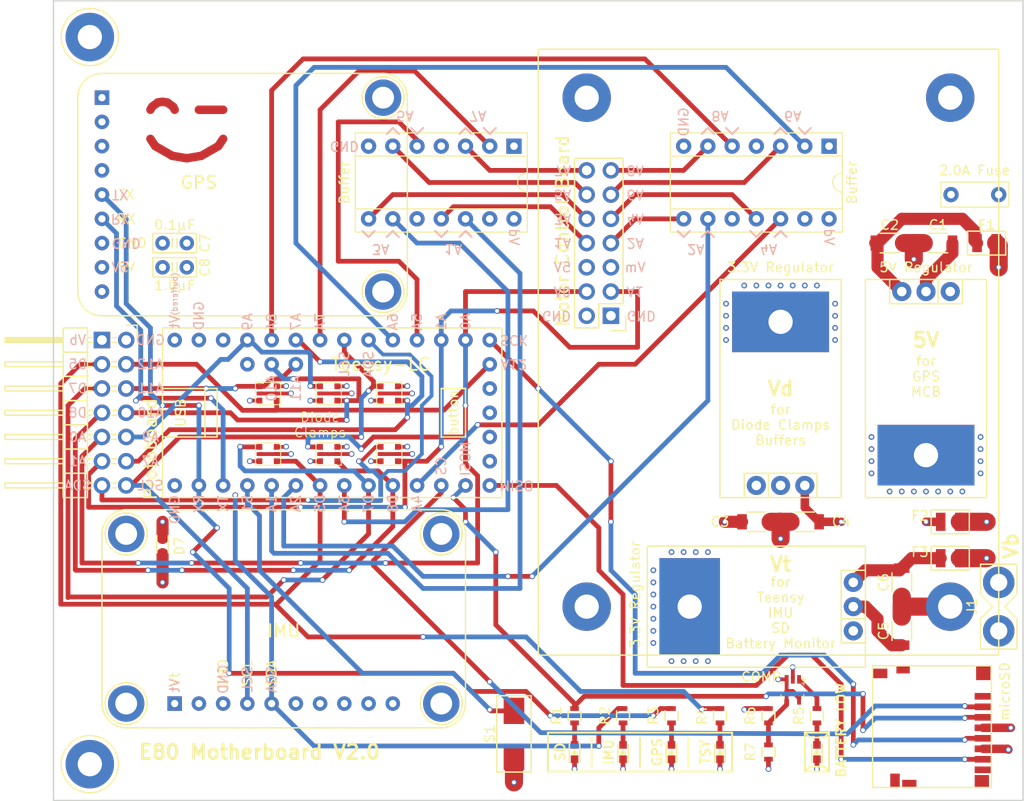
<source format=kicad_pcb>
(kicad_pcb (version 4) (host pcbnew 4.0.6)
  (title_block (date 2017-06-19))
  (layers (0 F.Cu signal) (1 In1.Cu power) (2 In2.Cu power) (31 B.Cu signal) (34 B.Paste user) (35 F.Paste user) (36 B.SilkS user) (37 F.SilkS user) (38 B.Mask user) (39 F.Mask user) (44 Edge.Cuts user))
  (net 0 "")
  (net 1 GND)
  (net 2 /3A)
  (net 3 7AT)
  (net 4 3AT)
  (net 5 /7A)
  (net 6 /1A)
  (net 7 5AT)
  (net 8 1AT)
  (net 9 /5A)
  (net 10 Vt)
  (net 11 /4A)
  (net 12 8AT)
  (net 13 4AT)
  (net 14 /8A)
  (net 15 /2A)
  (net 16 6AT)
  (net 17 2AT)
  (net 18 /6A)
  (net 19 +5V)
  (net 20 Vd)
  (net 21 "Net-(COM1-Pad1)")
  (net 22 "Net-(COM1-Pad4)")
  (net 23 D7)
  (net 24 D5)
  (net 25 A0)
  (net 26 D8)
  (net 27 SDA0)
  (net 28 A1)
  (net 29 SCL0)
  (net 30 A7)
  (net 31 A9)
  (net 32 A10)
  (net 33 A11)
  (net 34 A12)
  (net 35 "Net-(D7-Pad1)")
  (net 36 Vm)
  (net 37 RX)
  (net 38 TX)
  (net 39 "Net-(LED1-Pad2)")
  (net 40 "Net-(LED2-Pad2)")
  (net 41 "Net-(LED3-Pad2)")
  (net 42 "Net-(LED4-Pad2)")
  (net 43 "Net-(LED5-Pad2)")
  (net 44 MOSI0)
  (net 45 MISO0)
  (net 46 SCK0)
  (net 47 CS0)
  (net 48 "Net-(S1-Pad2)")
  (net 49 "Net-(C2-Pad1)")
  (net 50 "Net-(C4-Pad1)")
  (net 51 "Net-(C6-Pad1)")
  (net 52 Vb)
  (module Housings_DIP:DIP-14_W7.62mm_Socket (layer F.Cu) (at 165.1 78.74 270)
    (fp_text reference Buffer (at 3.81 17.78 450) (layer F.SilkS))
    (fp_text value Buffer)
    (pad 1 thru_hole rect (at 0 0 270) (size 1.6 1.6) (drill 0.8) (layers *.Cu *.Mask) (net 1 GND))
    (pad 8 thru_hole oval (at 7.62 15.24 270) (size 1.6 1.6) (drill 0.8) (layers *.Cu *.Mask) (net 2 /3A))
    (pad 2 thru_hole oval (at 0 2.54 270) (size 1.6 1.6) (drill 0.8) (layers *.Cu *.Mask) (net 3 7AT))
    (pad 9 thru_hole oval (at 7.62 12.7 270) (size 1.6 1.6) (drill 0.8) (layers *.Cu *.Mask) (net 4 3AT))
    (pad 3 thru_hole oval (at 0 5.08 270) (size 1.6 1.6) (drill 0.8) (layers *.Cu *.Mask) (net 5 /7A))
    (pad 10 thru_hole oval (at 7.62 10.16 270) (size 1.6 1.6) (drill 0.8) (layers *.Cu *.Mask) (net 1 GND))
    (pad 4 thru_hole oval (at 0 7.62 270) (size 1.6 1.6) (drill 0.8) (layers *.Cu *.Mask) (net 1 GND))
    (pad 11 thru_hole oval (at 7.62 7.62 270) (size 1.6 1.6) (drill 0.8) (layers *.Cu *.Mask) (net 6 /1A))
    (pad 5 thru_hole oval (at 0 10.16 270) (size 1.6 1.6) (drill 0.8) (layers *.Cu *.Mask) (net 7 5AT))
    (pad 12 thru_hole oval (at 7.62 5.08 270) (size 1.6 1.6) (drill 0.8) (layers *.Cu *.Mask) (net 8 1AT))
    (pad 6 thru_hole oval (at 0 12.7 270) (size 1.6 1.6) (drill 0.8) (layers *.Cu *.Mask) (net 9 /5A))
    (pad 13 thru_hole oval (at 7.62 2.54 270) (size 1.6 1.6) (drill 0.8) (layers *.Cu *.Mask) (net 1 GND))
    (pad 7 thru_hole oval (at 0 15.24 270) (size 1.6 1.6) (drill 0.8) (layers *.Cu *.Mask) (net 1 GND))
    (pad 14 thru_hole oval (at 7.62 0 270) (size 1.6 1.6) (drill 0.8) (layers *.Cu *.Mask) (net 20 Vd))
  )
  (module Housings_DIP:DIP-14_W7.62mm_Socket (layer F.Cu) (at 198.12 78.74 270)
    (fp_text reference Buffer (at 3.81 -2.39 270) (layer F.SilkS))
    (fp_text value Buffer2)
    (pad 1 thru_hole rect (at 0 0 270) (size 1.6 1.6) (drill 0.8) (layers *.Cu *.Mask) (net 1 GND))
    (pad 8 thru_hole oval (at 7.62 15.24 270) (size 1.6 1.6) (drill 0.8) (layers *.Cu *.Mask) (net 15 /2A))
    (pad 2 thru_hole oval (at 0 2.54 270) (size 1.6 1.6) (drill 0.8) (layers *.Cu *.Mask) (net 16 6AT))
    (pad 9 thru_hole oval (at 7.62 12.7 270) (size 1.6 1.6) (drill 0.8) (layers *.Cu *.Mask) (net 17 2AT))
    (pad 3 thru_hole oval (at 0 5.08 270) (size 1.6 1.6) (drill 0.8) (layers *.Cu *.Mask) (net 18 /6A))
    (pad 10 thru_hole oval (at 7.62 10.16 270) (size 1.6 1.6) (drill 0.8) (layers *.Cu *.Mask) (net 1 GND))
    (pad 4 thru_hole oval (at 0 7.62 270) (size 1.6 1.6) (drill 0.8) (layers *.Cu *.Mask) (net 1 GND))
    (pad 11 thru_hole oval (at 7.62 7.62 270) (size 1.6 1.6) (drill 0.8) (layers *.Cu *.Mask) (net 11 /4A))
    (pad 5 thru_hole oval (at 0 10.16 270) (size 1.6 1.6) (drill 0.8) (layers *.Cu *.Mask) (net 12 8AT))
    (pad 12 thru_hole oval (at 7.62 5.08 270) (size 1.6 1.6) (drill 0.8) (layers *.Cu *.Mask) (net 13 4AT))
    (pad 6 thru_hole oval (at 0 12.7 270) (size 1.6 1.6) (drill 0.8) (layers *.Cu *.Mask) (net 14 /8A))
    (pad 13 thru_hole oval (at 7.62 2.54 270) (size 1.6 1.6) (drill 0.8) (layers *.Cu *.Mask) (net 1 GND))
    (pad 7 thru_hole oval (at 0 15.24 270) (size 1.6 1.6) (drill 0.8) (layers *.Cu *.Mask) (net 1 GND))
    (pad 14 thru_hole oval (at 7.62 0 270) (size 1.6 1.6) (drill 0.8) (layers *.Cu *.Mask) (net 20 Vd))
  )
  (module Capacitors_SMD:C_1206 (layer F.Cu) (at 209.55 88.9 180)
    (fp_text reference C1 (at 0 1.905 180) (layer F.SilkS))
    (fp_text value CP1)
    (pad 1 smd rect (at -1.5 0 180) (size 1 1.6) (layers F.Cu F.Paste F.Mask) (net 19 +5V))
    (pad 2 smd rect (at 1.5 0 180) (size 1 1.6) (layers F.Cu F.Paste F.Mask) (net 1 GND))
  )
  (module Capacitors_SMD:C_1206 (layer F.Cu) (at 204.47 88.9)
    (fp_text reference C2 (at 0 -1.905) (layer F.SilkS))
    (fp_text value CP1)
    (pad 1 smd rect (at -1.5 0) (size 1 1.6) (layers F.Cu F.Paste F.Mask) (net 49 "Net-(C2-Pad1)"))
    (pad 2 smd rect (at 1.5 0) (size 1 1.6) (layers F.Cu F.Paste F.Mask) (net 1 GND))
  )
  (module Capacitors_SMD:C_1206 (layer F.Cu) (at 190.5 118.11)
    (fp_text reference C3 (at -3.81 0) (layer F.SilkS))
    (fp_text value CP1)
    (pad 1 smd rect (at -1.5 0) (size 1 1.6) (layers F.Cu F.Paste F.Mask) (net 20 Vd))
    (pad 2 smd rect (at 1.5 0) (size 1 1.6) (layers F.Cu F.Paste F.Mask) (net 1 GND))
  )
  (module Capacitors_SMD:C_1206 (layer F.Cu) (at 195.58 118.11 180)
    (fp_text reference C4 (at -3.81 0 180) (layer F.SilkS))
    (fp_text value CP1)
    (pad 1 smd rect (at -1.5 0 180) (size 1 1.6) (layers F.Cu F.Paste F.Mask) (net 50 "Net-(C4-Pad1)"))
    (pad 2 smd rect (at 1.5 0 180) (size 1 1.6) (layers F.Cu F.Paste F.Mask) (net 1 GND))
  )
  (module Capacitors_SMD:C_1206 (layer F.Cu) (at 205.74 129.54 90)
    (fp_text reference C5 (at 0 -1.905 90) (layer F.SilkS))
    (fp_text value CP1)
    (pad 1 smd rect (at -1.5 0 90) (size 1 1.6) (layers F.Cu F.Paste F.Mask) (net 10 Vt))
    (pad 2 smd rect (at 1.5 0 90) (size 1 1.6) (layers F.Cu F.Paste F.Mask) (net 1 GND))
  )
  (module Capacitors_SMD:C_1206 (layer F.Cu) (at 205.74 124.46 270)
    (fp_text reference C6 (at 0 1.905 270) (layer F.SilkS))
    (fp_text value CP1)
    (pad 1 smd rect (at -1.5 0 270) (size 1 1.6) (layers F.Cu F.Paste F.Mask) (net 51 "Net-(C6-Pad1)"))
    (pad 2 smd rect (at 1.5 0 270) (size 1 1.6) (layers F.Cu F.Paste F.Mask) (net 1 GND))
  )
  (module MCB_footprints:Standard_Capacitor (layer F.Cu) (at 128.27 88.9)
    (fp_text reference C7 (at 4.445 0 90) (layer F.SilkS))
    (fp_text value C)
    (pad 1 thru_hole circle (at 0 0) (size 1.524 1.524) (drill 0.762) (layers *.Cu *.Mask) (net 19 +5V))
    (pad 2 thru_hole circle (at 2.54 0) (size 1.524 1.524) (drill 0.762) (layers *.Cu *.Mask) (net 1 GND))
  )
  (module MCB_footprints:Standard_Capacitor (layer F.Cu) (at 128.27 91.44)
    (fp_text reference C8 (at 4.445 0 90) (layer F.SilkS))
    (fp_text value C)
    (pad 1 thru_hole circle (at 0 0) (size 1.524 1.524) (drill 0.762) (layers *.Cu *.Mask) (net 19 +5V))
    (pad 2 thru_hole circle (at 2.54 0) (size 1.524 1.524) (drill 0.762) (layers *.Cu *.Mask) (net 1 GND))
  )
  (module MTB_footprints:SC70 (layer F.Cu) (at 193.675 134.62 270)
    (fp_text reference COMP (at -0.254 2.667 360) (layer F.SilkS))
    (fp_text value TS881)
    (pad 3 smd rect (at 0 0 270) (size 0.9 0.4) (layers F.Cu F.Paste F.Mask) (net 10 Vt))
    (pad 2 smd rect (at 0 -0.65 270) (size 0.9 0.4) (layers F.Cu F.Paste F.Mask) (net 1 GND))
    (pad 1 smd rect (at 0 -1.3 270) (size 0.9 0.4) (layers F.Cu F.Paste F.Mask) (net 21 "Net-(COM1-Pad1)"))
    (pad 5 smd rect (at 2.2 -1.3 270) (size 0.9 0.4) (layers F.Cu F.Paste F.Mask) (net 10 Vt))
    (pad 4 smd rect (at 2.2 0 270) (size 0.9 0.4) (layers F.Cu F.Paste F.Mask) (net 22 "Net-(COM1-Pad4)"))
  )
  (module MTB_footprints:SOT363 (layer F.Cu) (at 138.43 111.76)
    (fp_text reference D1 hide)
    (fp_text value D_Schottky_x4)
    (pad 1 smd rect (at 0 0) (size 0.6 0.6) (layers F.Cu F.Paste F.Mask) (net 1 GND))
    (pad 2 smd rect (at 0 -0.75) (size 0.6 0.4) (layers F.Cu F.Paste F.Mask) (net 20 Vd))
    (pad 3 smd rect (at 0 -1.5) (size 0.6 0.6) (layers F.Cu F.Paste F.Mask) (net 23 D7))
    (pad 4 smd rect (at 1.8 -1.5) (size 0.6 0.6) (layers F.Cu F.Paste F.Mask) (net 1 GND))
    (pad 5 smd rect (at 1.8 -0.75) (size 0.6 0.4) (layers F.Cu F.Paste F.Mask) (net 20 Vd))
    (pad 6 smd rect (at 1.8 0) (size 0.6 0.6) (layers F.Cu F.Paste F.Mask) (net 24 D5))
  )
  (module MTB_footprints:SOT363 (layer F.Cu) (at 144.78 111.76)
    (fp_text reference D2 hide)
    (fp_text value D_Schottky_x4)
    (pad 1 smd rect (at 0 0) (size 0.6 0.6) (layers F.Cu F.Paste F.Mask) (net 1 GND))
    (pad 2 smd rect (at 0 -0.75) (size 0.6 0.4) (layers F.Cu F.Paste F.Mask) (net 20 Vd))
    (pad 3 smd rect (at 0 -1.5) (size 0.6 0.6) (layers F.Cu F.Paste F.Mask) (net 25 A0))
    (pad 4 smd rect (at 1.8 -1.5) (size 0.6 0.6) (layers F.Cu F.Paste F.Mask) (net 1 GND))
    (pad 5 smd rect (at 1.8 -0.75) (size 0.6 0.4) (layers F.Cu F.Paste F.Mask) (net 20 Vd))
    (pad 6 smd rect (at 1.8 0) (size 0.6 0.6) (layers F.Cu F.Paste F.Mask) (net 26 D8))
  )
  (module MTB_footprints:SOT363 (layer F.Cu) (at 151.13 111.76)
    (fp_text reference D3 hide)
    (fp_text value D_Schottky_x4)
    (pad 1 smd rect (at 0 0) (size 0.6 0.6) (layers F.Cu F.Paste F.Mask) (net 1 GND))
    (pad 2 smd rect (at 0 -0.75) (size 0.6 0.4) (layers F.Cu F.Paste F.Mask) (net 20 Vd))
    (pad 3 smd rect (at 0 -1.5) (size 0.6 0.6) (layers F.Cu F.Paste F.Mask) (net 27 SDA0))
    (pad 4 smd rect (at 1.8 -1.5) (size 0.6 0.6) (layers F.Cu F.Paste F.Mask) (net 1 GND))
    (pad 5 smd rect (at 1.8 -0.75) (size 0.6 0.4) (layers F.Cu F.Paste F.Mask) (net 20 Vd))
    (pad 6 smd rect (at 1.8 0) (size 0.6 0.6) (layers F.Cu F.Paste F.Mask) (net 28 A1))
  )
  (module MTB_footprints:SOT363 (layer F.Cu) (at 151.13 105.41)
    (fp_text reference D4 hide)
    (fp_text value D_Schottky_x4)
    (pad 1 smd rect (at 0 0) (size 0.6 0.6) (layers F.Cu F.Paste F.Mask) (net 1 GND))
    (pad 2 smd rect (at 0 -0.75) (size 0.6 0.4) (layers F.Cu F.Paste F.Mask) (net 20 Vd))
    (pad 3 smd rect (at 0 -1.5) (size 0.6 0.6) (layers F.Cu F.Paste F.Mask) (net 29 SCL0))
    (pad 4 smd rect (at 1.8 -1.5) (size 0.6 0.6) (layers F.Cu F.Paste F.Mask) (net 1 GND))
    (pad 5 smd rect (at 1.8 -0.75) (size 0.6 0.4) (layers F.Cu F.Paste F.Mask) (net 20 Vd))
    (pad 6 smd rect (at 1.8 0) (size 0.6 0.6) (layers F.Cu F.Paste F.Mask) (net 30 A7))
  )
  (module MTB_footprints:SOT363 (layer F.Cu) (at 144.78 105.41)
    (fp_text reference D5 hide)
    (fp_text value D_Schottky_x4)
    (pad 1 smd rect (at 0 0) (size 0.6 0.6) (layers F.Cu F.Paste F.Mask) (net 1 GND))
    (pad 2 smd rect (at 0 -0.75) (size 0.6 0.4) (layers F.Cu F.Paste F.Mask) (net 20 Vd))
    (pad 3 smd rect (at 0 -1.5) (size 0.6 0.6) (layers F.Cu F.Paste F.Mask) (net 31 A9))
    (pad 4 smd rect (at 1.8 -1.5) (size 0.6 0.6) (layers F.Cu F.Paste F.Mask) (net 1 GND))
    (pad 5 smd rect (at 1.8 -0.75) (size 0.6 0.4) (layers F.Cu F.Paste F.Mask) (net 20 Vd))
    (pad 6 smd rect (at 1.8 0) (size 0.6 0.6) (layers F.Cu F.Paste F.Mask) (net 32 A10))
  )
  (module MTB_footprints:SOT363 (layer F.Cu) (at 138.43 105.41)
    (fp_text reference D6 hide)
    (fp_text value D_Schottky_x4)
    (pad 1 smd rect (at 0 0) (size 0.6 0.6) (layers F.Cu F.Paste F.Mask) (net 1 GND))
    (pad 2 smd rect (at 0 -0.75) (size 0.6 0.4) (layers F.Cu F.Paste F.Mask) (net 20 Vd))
    (pad 3 smd rect (at 0 -1.5) (size 0.6 0.6) (layers F.Cu F.Paste F.Mask) (net 33 A11))
    (pad 4 smd rect (at 1.8 -1.5) (size 0.6 0.6) (layers F.Cu F.Paste F.Mask) (net 1 GND))
    (pad 5 smd rect (at 1.8 -0.75) (size 0.6 0.4) (layers F.Cu F.Paste F.Mask) (net 20 Vd))
    (pad 6 smd rect (at 1.8 0) (size 0.6 0.6) (layers F.Cu F.Paste F.Mask) (net 34 A12))
  )
  (module Diodes_SMD:D_0603 (layer F.Cu) (at 128.27 120.65 270)
    (fp_text reference D7 (at 0 -1.778 270) (layer F.SilkS))
    (fp_text value D_Schottky_T)
    (pad 1 smd rect (at -0.85 0 270) (size 0.6 0.8) (layers F.Cu F.Paste F.Mask) (net 35 "Net-(D7-Pad1)"))
    (pad 2 smd rect (at 0.85 0 270) (size 0.6 0.8) (layers F.Cu F.Paste F.Mask) (net 10 Vt))
  )
  (module MTB_footprints:1206 (layer F.Cu) (at 210.82 118.11 180)
    (fp_text reference F2 (at 3.175 0.635 180) (layer F.SilkS))
    (fp_text value ".35A Fuse")
    (pad 1 smd rect (at -1 0 180) (size 1 1.9) (layers F.Cu F.Paste F.Mask) (net 52 Vb))
    (pad 2 smd rect (at 1 0 180) (size 1 1.9) (layers F.Cu F.Paste F.Mask) (net 50 "Net-(C4-Pad1)"))
  )
  (module MTB_footprints:1206 (layer F.Cu) (at 210.82 121.92 180)
    (fp_text reference F3 (at 3.175 0.635 180) (layer F.SilkS))
    (fp_text value ".5A Fuse")
    (pad 1 smd rect (at -1 0 180) (size 1 1.9) (layers F.Cu F.Paste F.Mask) (net 52 Vb))
    (pad 2 smd rect (at 1 0 180) (size 1 1.9) (layers F.Cu F.Paste F.Mask) (net 51 "Net-(C6-Pad1)"))
  )
  (module MTB_footprints:GPS (layer F.Cu) (at 121.92 93.98)
    (fp_text reference GPS (at 10.16 -11.43) (layer F.SilkS) (effects (font (size 1.3 1.3) (thickness 0.2))))
    (fp_text value GPS)
    (pad ~ thru_hole circle (at 29.464 -20.32) (size 3.81 3.81) (drill 2.286) (layers *.Cu *.Mask))
    (pad ~ thru_hole circle (at 29.464 0) (size 3.81 3.81) (drill 2.286) (layers *.Cu *.Mask))
    (pad 1 thru_hole rect (at 0 -20.32 270) (size 1.524 1.524) (drill 0.762) (layers *.Cu *.Mask))
    (pad 2 thru_hole circle (at 0 -17.78 270) (size 1.524 1.524) (drill 0.762) (layers *.Cu *.Mask))
    (pad 3 thru_hole circle (at 0 -15.24 270) (size 1.524 1.524) (drill 0.762) (layers *.Cu *.Mask))
    (pad 4 thru_hole circle (at 0 -12.7 270) (size 1.524 1.524) (drill 0.762) (layers *.Cu *.Mask))
    (pad 5 thru_hole circle (at 0 -10.16 270) (size 1.524 1.524) (drill 0.762) (layers *.Cu *.Mask) (net 37 RX))
    (pad 6 thru_hole circle (at 0 -7.62 270) (size 1.524 1.524) (drill 0.762) (layers *.Cu *.Mask) (net 38 TX))
    (pad 7 thru_hole circle (at 0 -5.08 270) (size 1.524 1.524) (drill 0.762) (layers *.Cu *.Mask) (net 1 GND))
    (pad 8 thru_hole circle (at 0 -2.54 270) (size 1.524 1.524) (drill 0.762) (layers *.Cu *.Mask) (net 19 +5V))
    (pad 9 thru_hole circle (at 0 0 270) (size 1.524 1.524) (drill 0.762) (layers *.Cu *.Mask))
  )
  (module MTB_footprints:IMU (layer F.Cu) (at 124.46 137.16)
    (fp_text reference IMU (at 16.51 -7.62) (layer F.SilkS) (effects (font (size 1.3 1.3) (thickness 0.2))))
    (fp_text value IMU)
    (pad ~ thru_hole circle (at 0 0) (size 3.81 3.81) (drill 2.286) (layers *.Cu *.Mask))
    (pad ~ thru_hole circle (at 0 -17.78) (size 3.81 3.81) (drill 2.286) (layers *.Cu *.Mask))
    (pad ~ thru_hole circle (at 33.02 -17.78) (size 3.81 3.81) (drill 2.286) (layers *.Cu *.Mask))
    (pad ~ thru_hole circle (at 33.02 0) (size 3.81 3.81) (drill 2.286) (layers *.Cu *.Mask))
    (pad 1 thru_hole rect (at 5.08 0) (size 1.524 1.524) (drill 0.762) (layers *.Cu *.Mask) (net 10 Vt))
    (pad 2 thru_hole circle (at 7.62 0) (size 1.524 1.524) (drill 0.762) (layers *.Cu *.Mask))
    (pad 3 thru_hole circle (at 10.16 0) (size 1.524 1.524) (drill 0.762) (layers *.Cu *.Mask) (net 1 GND))
    (pad 4 thru_hole circle (at 12.7 0) (size 1.524 1.524) (drill 0.762) (layers *.Cu *.Mask) (net 29 SCL0))
    (pad 5 thru_hole circle (at 15.24 0) (size 1.524 1.524) (drill 0.762) (layers *.Cu *.Mask) (net 27 SDA0))
    (pad 6 thru_hole circle (at 17.78 0) (size 1.524 1.524) (drill 0.762) (layers *.Cu *.Mask))
    (pad 7 thru_hole circle (at 20.32 0) (size 1.524 1.524) (drill 0.762) (layers *.Cu *.Mask))
    (pad 8 thru_hole circle (at 22.86 0) (size 1.524 1.524) (drill 0.762) (layers *.Cu *.Mask))
    (pad 9 thru_hole circle (at 25.4 0) (size 1.524 1.524) (drill 0.762) (layers *.Cu *.Mask))
    (pad 10 thru_hole circle (at 27.94 0) (size 1.524 1.524) (drill 0.762) (layers *.Cu *.Mask))
  )
  (module MTB_footprints:Battery_Connector (layer F.Cu) (at 215.9 127 270)
    (fp_text reference J1 (at 0 2.8 270) (layer F.SilkS))
    (fp_text value BAT_CONN)
    (pad 2 thru_hole circle (at 2.54 0 270) (size 3.3 3.3) (drill 1.8) (layers *.Cu *.Mask) (net 1 GND))
    (pad 1 thru_hole circle (at -2.54 0 270) (size 3.3 3.3) (drill 1.8) (layers *.Cu *.Mask) (net 52 Vb))
  )
  (module LEDs:LED_0603 (layer F.Cu) (at 171.45 142.24 90)
    (fp_text reference SD (at 0 -1.5 90) (layer F.SilkS) (effects (font (thickness 0.2))))
    (fp_text value LED)
    (pad 2 smd rect (at 0.7493 0 270) (size 0.79756 0.79756) (layers F.Cu F.Paste F.Mask) (net 39 "Net-(LED1-Pad2)"))
    (pad 1 smd rect (at -0.7493 0 270) (size 0.79756 0.79756) (layers F.Cu F.Paste F.Mask) (net 1 GND))
  )
  (module LEDs:LED_0603 (layer F.Cu) (at 176.53 142.24 90)
    (fp_text reference IMU (at 0 -1.5 90) (layer F.SilkS) (effects (font (thickness 0.2))))
    (fp_text value LED)
    (pad 2 smd rect (at 0.7493 0 270) (size 0.79756 0.79756) (layers F.Cu F.Paste F.Mask) (net 40 "Net-(LED2-Pad2)"))
    (pad 1 smd rect (at -0.7493 0 270) (size 0.79756 0.79756) (layers F.Cu F.Paste F.Mask) (net 1 GND))
  )
  (module LEDs:LED_0603 (layer F.Cu) (at 181.61 142.24 90)
    (fp_text reference GPS (at 0 -1.5 90) (layer F.SilkS) (effects (font (thickness 0.2))))
    (fp_text value LED)
    (pad 2 smd rect (at 0.7493 0 270) (size 0.79756 0.79756) (layers F.Cu F.Paste F.Mask) (net 41 "Net-(LED3-Pad2)"))
    (pad 1 smd rect (at -0.7493 0 270) (size 0.79756 0.79756) (layers F.Cu F.Paste F.Mask) (net 1 GND))
  )
  (module LEDs:LED_0603 (layer F.Cu) (at 186.69 142.24 90)
    (fp_text reference TSY (at 0 -1.524 90) (layer F.SilkS) (effects (font (thickness 0.2))))
    (fp_text value LED)
    (pad 2 smd rect (at 0.7493 0 270) (size 0.79756 0.79756) (layers F.Cu F.Paste F.Mask) (net 42 "Net-(LED4-Pad2)"))
    (pad 1 smd rect (at -0.7493 0 270) (size 0.79756 0.79756) (layers F.Cu F.Paste F.Mask) (net 1 GND))
  )
  (module LEDs:LED_0603 (layer F.Cu) (at 196.85 142.24 90)
    (fp_text reference "BATTERY LOW" (at 2.286 2.54 90) (layer F.SilkS) (effects (font (thickness 0.2))))
    (fp_text value LED)
    (pad 2 smd rect (at 0.7493 0 270) (size 0.79756 0.79756) (layers F.Cu F.Paste F.Mask) (net 43 "Net-(LED5-Pad2)"))
    (pad 1 smd rect (at -0.7493 0 270) (size 0.79756 0.79756) (layers F.Cu F.Paste F.Mask) (net 1 GND))
  )
  (module Resistors_SMD:R_0603 (layer F.Cu) (at 171.45 138.43 90)
    (fp_text reference R1 (at 0 -1.9 90) (layer F.SilkS))
    (fp_text value 1.5kΩ)
    (pad 1 smd rect (at -0.75 0 90) (size 0.5 0.9) (layers F.Cu F.Paste F.Mask) (net 39 "Net-(LED1-Pad2)"))
    (pad 2 smd rect (at 0.75 0 90) (size 0.5 0.9) (layers F.Cu F.Paste F.Mask) (net 44 MOSI0))
  )
  (module Resistors_SMD:R_0603 (layer F.Cu) (at 176.53 138.43 90)
    (fp_text reference R2 (at 0 -1.9 90) (layer F.SilkS))
    (fp_text value 1.5kΩ)
    (pad 1 smd rect (at -0.75 0 90) (size 0.5 0.9) (layers F.Cu F.Paste F.Mask) (net 40 "Net-(LED2-Pad2)"))
    (pad 2 smd rect (at 0.75 0 90) (size 0.5 0.9) (layers F.Cu F.Paste F.Mask) (net 27 SDA0))
  )
  (module Resistors_SMD:R_0603 (layer F.Cu) (at 181.61 138.43 90)
    (fp_text reference R3 (at 0 -1.9 90) (layer F.SilkS))
    (fp_text value 1.5kΩ)
    (pad 1 smd rect (at -0.75 0 90) (size 0.5 0.9) (layers F.Cu F.Paste F.Mask) (net 41 "Net-(LED3-Pad2)"))
    (pad 2 smd rect (at 0.75 0 90) (size 0.5 0.9) (layers F.Cu F.Paste F.Mask) (net 37 RX))
  )
  (module Resistors_SMD:R_0603 (layer F.Cu) (at 186.69 138.43 90)
    (fp_text reference R4 (at 0 -1.9 90) (layer F.SilkS))
    (fp_text value 1.5kΩ)
    (pad 1 smd rect (at -0.75 0 90) (size 0.5 0.9) (layers F.Cu F.Paste F.Mask) (net 42 "Net-(LED4-Pad2)"))
    (pad 2 smd rect (at 0.75 0 90) (size 0.5 0.9) (layers F.Cu F.Paste F.Mask) (net 24 D5))
  )
  (module Resistors_SMD:R_0603 (layer F.Cu) (at 196.85 138.43 90)
    (fp_text reference R5 (at 0 -1.9 90) (layer F.SilkS))
    (fp_text value 1.5kΩ)
    (pad 1 smd rect (at -0.75 0 90) (size 0.5 0.9) (layers F.Cu F.Paste F.Mask) (net 43 "Net-(LED5-Pad2)"))
    (pad 2 smd rect (at 0.75 0 90) (size 0.5 0.9) (layers F.Cu F.Paste F.Mask) (net 21 "Net-(COM1-Pad1)"))
  )
  (module Resistors_SMD:R_0603 (layer F.Cu) (at 191.77 138.43 90)
    (fp_text reference R6 (at 0 -1.9 90) (layer F.SilkS))
    (fp_text value 34kΩ)
    (pad 1 smd rect (at -0.75 0 90) (size 0.5 0.9) (layers F.Cu F.Paste F.Mask) (net 22 "Net-(COM1-Pad4)"))
    (pad 2 smd rect (at 0.75 0 90) (size 0.5 0.9) (layers F.Cu F.Paste F.Mask) (net 52 Vb))
  )
  (module Resistors_SMD:R_0603 (layer F.Cu) (at 191.77 142.24 90)
    (fp_text reference R7 (at 0 -1.9 90) (layer F.SilkS))
    (fp_text value 14kΩ)
    (pad 1 smd rect (at -0.75 0 90) (size 0.5 0.9) (layers F.Cu F.Paste F.Mask) (net 1 GND))
    (pad 2 smd rect (at 0.75 0 90) (size 0.5 0.9) (layers F.Cu F.Paste F.Mask) (net 22 "Net-(COM1-Pad4)"))
  )
  (module MTB_footprints:Switch (layer F.Cu) (at 165.1 140.335 90)
    (fp_text reference S1 (at 0 -2.54 90) (layer F.SilkS))
    (fp_text value Switch)
    (pad 1 smd rect (at -2.413 0 90) (size 2.754 2.16) (layers F.Cu F.Paste F.Mask) (net 1 GND))
    (pad 2 smd rect (at 2.413 0 90) (size 2.754 2.16) (layers F.Cu F.Paste F.Mask) (net 48 "Net-(S1-Pad2)"))
  )
  (module MTB_footprints:microSD (layer F.Cu) (at 208.28 139.7 90)
    (fp_text reference microSD (at 3.81 8.255 90) (layer F.SilkS))
    (fp_text value microSD)
    (pad ~ smd rect (at 6.1 -2.4 90) (size 0.8 1.4) (layers F.Cu F.Paste F.Mask))
    (pad ~ smd rect (at 5.7 -4.825 90) (size 1 1.55) (layers F.Cu F.Paste F.Mask))
    (pad ~ smd rect (at -5.525 -3.25 90) (size 1.45 1) (layers F.Cu F.Paste F.Mask))
    (pad ~ smd rect (at -5.85 -1.75 90) (size 0.8 1.5) (layers F.Cu F.Paste F.Mask))
    (pad 8 smd rect (at -4.4 5.975 90) (size 0.7 1.75) (layers F.Cu F.Paste F.Mask))
    (pad 7 smd rect (at -3.3 5.975 90) (size 0.7 1.75) (layers F.Cu F.Paste F.Mask) (net 45 MISO0))
    (pad 6 smd rect (at -2.2 5.975 90) (size 0.7 1.75) (layers F.Cu F.Paste F.Mask) (net 1 GND))
    (pad 5 smd rect (at -1.1 5.975 90) (size 0.7 1.75) (layers F.Cu F.Paste F.Mask) (net 46 SCK0))
    (pad 4 smd rect (at 0 5.975 90) (size 0.7 1.75) (layers F.Cu F.Paste F.Mask) (net 10 Vt))
    (pad 3 smd rect (at 1.1 5.975 90) (size 0.7 1.75) (layers F.Cu F.Paste F.Mask) (net 44 MOSI0))
    (pad 2 smd rect (at 2.2 5.975 90) (size 0.7 1.75) (layers F.Cu F.Paste F.Mask) (net 47 CS0))
    (pad 1 smd rect (at 3.3 5.975 90) (size 0.7 1.75) (layers F.Cu F.Paste F.Mask))
    (pad ~ smd rect (at -5.6 5.85 90) (size 1.3 1.5) (layers F.Cu F.Paste F.Mask))
    (pad ~ smd rect (at 5.75 6 90) (size 1.5 1.5) (layers F.Cu F.Paste F.Mask))
  )
  (module MTB_footprints:MCB (layer F.Cu) (at 172.72 73.66)
    (fp_text reference "Motor Control Board" (at -2.54 13.97 90) (layer F.SilkS) (effects (font (size 1.3 1.3) (thickness 0.2))))
    (fp_text value MB_CONN)
    (pad 1 thru_hole circle (at 0 53.34) (size 5.08 5.08) (drill 2.54) (layers *.Cu *.Mask) (net 1 GND))
    (pad 1 thru_hole circle (at 38.1 53.34) (size 5.08 5.08) (drill 2.54) (layers *.Cu *.Mask) (net 1 GND))
    (pad 1 thru_hole circle (at 38.1 0) (size 5.08 5.08) (drill 2.54) (layers *.Cu *.Mask) (net 1 GND))
    (pad 1 thru_hole rect (at 2.54 22.86 180) (size 1.7272 1.7272) (drill 1.016) (layers *.Cu *.Mask) (net 1 GND))
    (pad 14 thru_hole oval (at 0 22.86 180) (size 1.7272 1.7272) (drill 1.016) (layers *.Cu *.Mask) (net 1 GND))
    (pad 2 thru_hole oval (at 2.54 20.32 180) (size 1.7272 1.7272) (drill 1.016) (layers *.Cu *.Mask) (net 28 A1))
    (pad 13 thru_hole oval (at 0 20.32 180) (size 1.7272 1.7272) (drill 1.016) (layers *.Cu *.Mask) (net 25 A0))
    (pad 3 thru_hole oval (at 2.54 17.78 180) (size 1.7272 1.7272) (drill 1.016) (layers *.Cu *.Mask) (net 36 Vm))
    (pad 12 thru_hole oval (at 0 17.78 180) (size 1.7272 1.7272) (drill 1.016) (layers *.Cu *.Mask) (net 19 +5V))
    (pad 4 thru_hole oval (at 2.54 15.24 180) (size 1.7272 1.7272) (drill 1.016) (layers *.Cu *.Mask) (net 15 /2A))
    (pad 11 thru_hole oval (at 0 15.24 180) (size 1.7272 1.7272) (drill 1.016) (layers *.Cu *.Mask) (net 6 /1A))
    (pad 5 thru_hole oval (at 2.54 12.7 180) (size 1.7272 1.7272) (drill 1.016) (layers *.Cu *.Mask) (net 11 /4A))
    (pad 10 thru_hole oval (at 0 12.7 180) (size 1.7272 1.7272) (drill 1.016) (layers *.Cu *.Mask) (net 2 /3A))
    (pad 6 thru_hole oval (at 2.54 10.16 180) (size 1.7272 1.7272) (drill 1.016) (layers *.Cu *.Mask) (net 18 /6A))
    (pad 9 thru_hole oval (at 0 10.16 180) (size 1.7272 1.7272) (drill 1.016) (layers *.Cu *.Mask) (net 9 /5A))
    (pad 7 thru_hole oval (at 2.54 7.62 180) (size 1.7272 1.7272) (drill 1.016) (layers *.Cu *.Mask) (net 14 /8A))
    (pad 8 thru_hole oval (at 0 7.62 180) (size 1.7272 1.7272) (drill 1.016) (layers *.Cu *.Mask) (net 5 /7A))
    (pad 1 thru_hole circle (at 0 0) (size 5.08 5.08) (drill 2.54) (layers *.Cu *.Mask) (net 1 GND))
  )
  (module MTB_footprints:PTB_CONN (layer F.Cu) (at 124.46 99.06)
    (fp_text reference Protoboard (at 2.54 11.43 90) (layer F.SilkS) (effects (font (size 1.3 1.3) (thickness 0.2))))
    (fp_text value Protoboard)
    (pad 1 thru_hole rect (at -2.54 0) (size 1.7272 1.7272) (drill 1.016) (layers *.Cu *.Mask) (net 52 Vb))
    (pad 14 thru_hole oval (at 0 0) (size 1.7272 1.7272) (drill 1.016) (layers *.Cu *.Mask) (net 1 GND))
    (pad 2 thru_hole oval (at -2.54 2.54) (size 1.7272 1.7272) (drill 1.016) (layers *.Cu *.Mask) (net 24 D5))
    (pad 13 thru_hole oval (at 0 2.54) (size 1.7272 1.7272) (drill 1.016) (layers *.Cu *.Mask) (net 34 A12))
    (pad 3 thru_hole oval (at -2.54 5.08) (size 1.7272 1.7272) (drill 1.016) (layers *.Cu *.Mask) (net 23 D7))
    (pad 12 thru_hole oval (at 0 5.08) (size 1.7272 1.7272) (drill 1.016) (layers *.Cu *.Mask) (net 33 A11))
    (pad 4 thru_hole oval (at -2.54 7.62) (size 1.7272 1.7272) (drill 1.016) (layers *.Cu *.Mask) (net 26 D8))
    (pad 11 thru_hole oval (at 0 7.62) (size 1.7272 1.7272) (drill 1.016) (layers *.Cu *.Mask) (net 32 A10))
    (pad 5 thru_hole oval (at -2.54 10.16) (size 1.7272 1.7272) (drill 1.016) (layers *.Cu *.Mask) (net 25 A0))
    (pad 10 thru_hole oval (at 0 10.16) (size 1.7272 1.7272) (drill 1.016) (layers *.Cu *.Mask) (net 31 A9))
    (pad 6 thru_hole oval (at -2.54 12.7) (size 1.7272 1.7272) (drill 1.016) (layers *.Cu *.Mask) (net 28 A1))
    (pad 9 thru_hole oval (at 0 12.7) (size 1.7272 1.7272) (drill 1.016) (layers *.Cu *.Mask) (net 30 A7))
    (pad 7 thru_hole oval (at -2.54 15.24) (size 1.7272 1.7272) (drill 1.016) (layers *.Cu *.Mask) (net 27 SDA0))
    (pad 8 thru_hole oval (at 0 15.24) (size 1.7272 1.7272) (drill 1.016) (layers *.Cu *.Mask) (net 29 SCL0))
  )
  (module MCB_footprints:TESTPOINT_LARGE (layer F.Cu) (at 120.65 67.31)
    (fp_text reference T1 hide)
    (fp_text value TEST_HOLE)
    (pad 1 thru_hole circle (at 0 0) (size 5.08 5.08) (drill 2.54) (layers *.Cu *.Mask) (net 1 GND))
  )
  (module MCB_footprints:TESTPOINT_LARGE (layer F.Cu) (at 120.65 143.51)
    (fp_text reference T2 hide)
    (fp_text value TEST_HOLE)
    (pad 1 thru_hole circle (at 0 0) (size 5.08 5.08) (drill 2.54) (layers *.Cu *.Mask) (net 1 GND))
  )
  (module MTB_footprints:VREG (layer F.Cu) (at 208.28 93.98 180)
    (fp_text reference "5V Regulator" (at 0 2.54 360) (layer F.SilkS))
    (fp_text value 5V_Regulator)
    (pad 1 thru_hole circle (at 3.81 -20.955 180) (size 0.6 0.6) (drill 0.33) (layers *.Cu *.Mask) (net 1 GND))
    (pad 1 thru_hole circle (at 2.54 -20.955 180) (size 0.6 0.6) (drill 0.33) (layers *.Cu *.Mask) (net 1 GND))
    (pad 1 thru_hole circle (at 1.27 -20.955 180) (size 0.6 0.6) (drill 0.33) (layers *.Cu *.Mask) (net 1 GND))
    (pad 1 thru_hole circle (at -3.81 -20.955 180) (size 0.6 0.6) (drill 0.33) (layers *.Cu *.Mask) (net 1 GND))
    (pad 1 thru_hole circle (at -2.54 -20.955 180) (size 0.6 0.6) (drill 0.33) (layers *.Cu *.Mask) (net 1 GND))
    (pad 1 thru_hole circle (at -1.27 -20.955 180) (size 0.6 0.6) (drill 0.33) (layers *.Cu *.Mask) (net 1 GND))
    (pad 1 thru_hole circle (at 0 -20.955 180) (size 0.6 0.6) (drill 0.33) (layers *.Cu *.Mask) (net 1 GND))
    (pad 1 thru_hole circle (at -5.715 -19.05 180) (size 0.6 0.6) (drill 0.33) (layers *.Cu *.Mask) (net 1 GND))
    (pad 1 thru_hole circle (at -5.715 -17.78 180) (size 0.6 0.6) (drill 0.33) (layers *.Cu *.Mask) (net 1 GND))
    (pad 1 thru_hole circle (at -5.715 -16.51 180) (size 0.6 0.6) (drill 0.33) (layers *.Cu *.Mask) (net 1 GND))
    (pad 1 thru_hole circle (at -5.715 -15.24 180) (size 0.6 0.6) (drill 0.33) (layers *.Cu *.Mask) (net 1 GND))
    (pad 1 thru_hole circle (at 5.715 -15.24 180) (size 0.6 0.6) (drill 0.33) (layers *.Cu *.Mask) (net 1 GND))
    (pad 1 thru_hole circle (at 5.715 -16.51 180) (size 0.6 0.6) (drill 0.33) (layers *.Cu *.Mask) (net 1 GND))
    (pad 1 thru_hole circle (at 5.715 -17.78 180) (size 0.6 0.6) (drill 0.33) (layers *.Cu *.Mask) (net 1 GND))
    (pad 1 thru_hole circle (at 5.715 -19.05 180) (size 0.6 0.6) (drill 0.33) (layers *.Cu *.Mask) (net 1 GND))
    (pad 1 thru_hole circle (at -2.54 0 180) (size 2 2) (drill 1) (layers *.Cu *.Mask) (net 1 GND))
    (pad 2 thru_hole circle (at 0 0 180) (size 2 2) (drill 1) (layers *.Cu *.Mask) (net 19 +5V))
    (pad 3 thru_hole circle (at 2.54 0 180) (size 2 2) (drill 1) (layers *.Cu *.Mask) (net 49 "Net-(C2-Pad1)"))
    (pad 1 thru_hole rect (at 0 -17.145 180) (size 10.16 6.35) (drill 2.54) (layers *.Cu *.Mask) (net 1 GND))
  )
  (module MTB_footprints:VREG (layer F.Cu) (at 193.04 114.3)
    (fp_text reference "3.3V Regulator" (at 0 -22.86 180) (layer F.SilkS))
    (fp_text value 3.3V_Regulator)
    (pad 1 thru_hole circle (at 3.81 -20.955) (size 0.6 0.6) (drill 0.33) (layers *.Cu *.Mask) (net 1 GND))
    (pad 1 thru_hole circle (at 2.54 -20.955) (size 0.6 0.6) (drill 0.33) (layers *.Cu *.Mask) (net 1 GND))
    (pad 1 thru_hole circle (at 1.27 -20.955) (size 0.6 0.6) (drill 0.33) (layers *.Cu *.Mask) (net 1 GND))
    (pad 1 thru_hole circle (at -3.81 -20.955) (size 0.6 0.6) (drill 0.33) (layers *.Cu *.Mask) (net 1 GND))
    (pad 1 thru_hole circle (at -2.54 -20.955) (size 0.6 0.6) (drill 0.33) (layers *.Cu *.Mask) (net 1 GND))
    (pad 1 thru_hole circle (at -1.27 -20.955) (size 0.6 0.6) (drill 0.33) (layers *.Cu *.Mask) (net 1 GND))
    (pad 1 thru_hole circle (at 0 -20.955) (size 0.6 0.6) (drill 0.33) (layers *.Cu *.Mask) (net 1 GND))
    (pad 1 thru_hole circle (at -5.715 -19.05) (size 0.6 0.6) (drill 0.33) (layers *.Cu *.Mask) (net 1 GND))
    (pad 1 thru_hole circle (at -5.715 -17.78) (size 0.6 0.6) (drill 0.33) (layers *.Cu *.Mask) (net 1 GND))
    (pad 1 thru_hole circle (at -5.715 -16.51) (size 0.6 0.6) (drill 0.33) (layers *.Cu *.Mask) (net 1 GND))
    (pad 1 thru_hole circle (at -5.715 -15.24) (size 0.6 0.6) (drill 0.33) (layers *.Cu *.Mask) (net 1 GND))
    (pad 1 thru_hole circle (at 5.715 -15.24) (size 0.6 0.6) (drill 0.33) (layers *.Cu *.Mask) (net 1 GND))
    (pad 1 thru_hole circle (at 5.715 -16.51) (size 0.6 0.6) (drill 0.33) (layers *.Cu *.Mask) (net 1 GND))
    (pad 1 thru_hole circle (at 5.715 -17.78) (size 0.6 0.6) (drill 0.33) (layers *.Cu *.Mask) (net 1 GND))
    (pad 1 thru_hole circle (at 5.715 -19.05) (size 0.6 0.6) (drill 0.33) (layers *.Cu *.Mask) (net 1 GND))
    (pad 1 thru_hole circle (at -2.54 0) (size 2 2) (drill 1) (layers *.Cu *.Mask) (net 1 GND))
    (pad 2 thru_hole circle (at 0 0) (size 2 2) (drill 1) (layers *.Cu *.Mask) (net 20 Vd))
    (pad 3 thru_hole circle (at 2.54 0) (size 2 2) (drill 1) (layers *.Cu *.Mask) (net 50 "Net-(C4-Pad1)"))
    (pad 1 thru_hole rect (at 0 -17.145) (size 10.16 6.35) (drill 2.54) (layers *.Cu *.Mask) (net 1 GND))
  )
  (module MTB_footprints:VREG (layer F.Cu) (at 200.66 127 90)
    (fp_text reference "3.3V Regulator" (at 1.27 -22.86 90) (layer F.SilkS))
    (fp_text value 3.3V_Regulator)
    (pad 1 thru_hole circle (at 3.81 -20.955 90) (size 0.6 0.6) (drill 0.33) (layers *.Cu *.Mask) (net 1 GND))
    (pad 1 thru_hole circle (at 2.54 -20.955 90) (size 0.6 0.6) (drill 0.33) (layers *.Cu *.Mask) (net 1 GND))
    (pad 1 thru_hole circle (at 1.27 -20.955 90) (size 0.6 0.6) (drill 0.33) (layers *.Cu *.Mask) (net 1 GND))
    (pad 1 thru_hole circle (at -3.81 -20.955 90) (size 0.6 0.6) (drill 0.33) (layers *.Cu *.Mask) (net 1 GND))
    (pad 1 thru_hole circle (at -2.54 -20.955 90) (size 0.6 0.6) (drill 0.33) (layers *.Cu *.Mask) (net 1 GND))
    (pad 1 thru_hole circle (at -1.27 -20.955 90) (size 0.6 0.6) (drill 0.33) (layers *.Cu *.Mask) (net 1 GND))
    (pad 1 thru_hole circle (at 0 -20.955 90) (size 0.6 0.6) (drill 0.33) (layers *.Cu *.Mask) (net 1 GND))
    (pad 1 thru_hole circle (at -5.715 -19.05 90) (size 0.6 0.6) (drill 0.33) (layers *.Cu *.Mask) (net 1 GND))
    (pad 1 thru_hole circle (at -5.715 -17.78 90) (size 0.6 0.6) (drill 0.33) (layers *.Cu *.Mask) (net 1 GND))
    (pad 1 thru_hole circle (at -5.715 -16.51 90) (size 0.6 0.6) (drill 0.33) (layers *.Cu *.Mask) (net 1 GND))
    (pad 1 thru_hole circle (at -5.715 -15.24 90) (size 0.6 0.6) (drill 0.33) (layers *.Cu *.Mask) (net 1 GND))
    (pad 1 thru_hole circle (at 5.715 -15.24 90) (size 0.6 0.6) (drill 0.33) (layers *.Cu *.Mask) (net 1 GND))
    (pad 1 thru_hole circle (at 5.715 -16.51 90) (size 0.6 0.6) (drill 0.33) (layers *.Cu *.Mask) (net 1 GND))
    (pad 1 thru_hole circle (at 5.715 -17.78 90) (size 0.6 0.6) (drill 0.33) (layers *.Cu *.Mask) (net 1 GND))
    (pad 1 thru_hole circle (at 5.715 -19.05 90) (size 0.6 0.6) (drill 0.33) (layers *.Cu *.Mask) (net 1 GND))
    (pad 1 thru_hole circle (at -2.54 0 90) (size 2 2) (drill 1) (layers *.Cu *.Mask) (net 1 GND))
    (pad 2 thru_hole circle (at 0 0 90) (size 2 2) (drill 1) (layers *.Cu *.Mask) (net 10 Vt))
    (pad 3 thru_hole circle (at 2.54 0 90) (size 2 2) (drill 1) (layers *.Cu *.Mask) (net 51 "Net-(C6-Pad1)"))
    (pad 1 thru_hole rect (at 0 -17.145 90) (size 10.16 6.35) (drill 2.54) (layers *.Cu *.Mask) (net 1 GND))
  )
  (module MTB_footprints:1206 (layer F.Cu) (at 214.63 88.9 180)
    (fp_text reference F1 (at 0 1.905 180) (layer F.SilkS))
    (fp_text value ".35A Fuse")
    (pad 1 smd rect (at -1 0 180) (size 1 1.9) (layers F.Cu F.Paste F.Mask) (net 52 Vb))
    (pad 2 smd rect (at 1 0 180) (size 1 1.9) (layers F.Cu F.Paste F.Mask) (net 49 "Net-(C2-Pad1)"))
  )
  (module Capacitors_THT:C_Disc_D7.0mm_W2.5mm_P5.00mm (layer F.Cu) (at 215.9 83.82 180)
    (fp_text reference "2.0A Fuse" (at 2.54 2.54 180) (layer F.SilkS))
    (fp_text value "2.0A Fuse")
    (pad 1 thru_hole circle (at 0 0 180) (size 1.6 1.6) (drill 0.8) (layers *.Cu *.Mask) (net 52 Vb))
    (pad 2 thru_hole circle (at 5 0 180) (size 1.6 1.6) (drill 0.8) (layers *.Cu *.Mask) (net 36 Vm))
  )
  (module MTB_footprints:Teensy-LC (layer F.Cu) (at 129.54 114.3)
    (fp_text reference Teensy-LC (at 21.59 -12.7) (layer F.SilkS) (effects (font (size 1.3 1.3) (thickness 0.2))))
    (fp_text value Teensy)
    (fp_text user button (at 29.21 -7.62 90) (layer F.SilkS))
    (fp_text user USB (at 0.635 -7.62 90) (layer F.SilkS))
    (pad 1 thru_hole circle (at 0 0) (size 1.524 1.524) (drill 0.762) (layers *.Cu *.Mask) (net 1 GND))
    (pad 2 thru_hole circle (at 2.54 0) (size 1.524 1.524) (drill 0.762) (layers *.Cu *.Mask) (net 37 RX))
    (pad 3 thru_hole circle (at 5.08 0) (size 1.524 1.524) (drill 0.762) (layers *.Cu *.Mask) (net 38 TX))
    (pad 4 thru_hole circle (at 7.62 0) (size 1.524 1.524) (drill 0.762) (layers *.Cu *.Mask) (net 48 "Net-(S1-Pad2)"))
    (pad 5 thru_hole circle (at 10.16 0) (size 1.524 1.524) (drill 0.762) (layers *.Cu *.Mask) (net 8 1AT))
    (pad 6 thru_hole circle (at 12.7 0) (size 1.524 1.524) (drill 0.762) (layers *.Cu *.Mask) (net 17 2AT))
    (pad 7 thru_hole circle (at 15.24 0) (size 1.524 1.524) (drill 0.762) (layers *.Cu *.Mask) (net 24 D5))
    (pad 8 thru_hole circle (at 17.78 0) (size 1.524 1.524) (drill 0.762) (layers *.Cu *.Mask) (net 4 3AT))
    (pad 9 thru_hole circle (at 20.32 0) (size 1.524 1.524) (drill 0.762) (layers *.Cu *.Mask) (net 23 D7))
    (pad 10 thru_hole circle (at 22.86 0) (size 1.524 1.524) (drill 0.762) (layers *.Cu *.Mask) (net 26 D8))
    (pad 11 thru_hole circle (at 25.4 0) (size 1.524 1.524) (drill 0.762) (layers *.Cu *.Mask) (net 13 4AT))
    (pad 12 thru_hole circle (at 27.94 0) (size 1.524 1.524) (drill 0.762) (layers *.Cu *.Mask) (net 47 CS0))
    (pad 13 thru_hole circle (at 30.48 0) (size 1.524 1.524) (drill 0.762) (layers *.Cu *.Mask) (net 44 MOSI0))
    (pad 14 thru_hole circle (at 33.02 0) (size 1.524 1.524) (drill 0.762) (layers *.Cu *.Mask) (net 45 MISO0))
    (pad 15 thru_hole circle (at 33.02 -15.24) (size 1.524 1.524) (drill 0.762) (layers *.Cu *.Mask) (net 46 SCK0))
    (pad 16 thru_hole circle (at 30.48 -15.24) (size 1.524 1.524) (drill 0.762) (layers *.Cu *.Mask) (net 25 A0))
    (pad 17 thru_hole circle (at 27.94 -15.24) (size 1.524 1.524) (drill 0.762) (layers *.Cu *.Mask) (net 28 A1))
    (pad 18 thru_hole circle (at 25.4 -15.24) (size 1.524 1.524) (drill 0.762) (layers *.Cu *.Mask) (net 7 5AT))
    (pad 19 thru_hole circle (at 22.86 -15.24) (size 1.524 1.524) (drill 0.762) (layers *.Cu *.Mask) (net 16 6AT))
    (pad 20 thru_hole circle (at 20.32 -15.24) (size 1.524 1.524) (drill 0.762) (layers *.Cu *.Mask) (net 27 SDA0))
    (pad 21 thru_hole circle (at 17.78 -15.24) (size 1.524 1.524) (drill 0.762) (layers *.Cu *.Mask) (net 29 SCL0))
    (pad 22 thru_hole circle (at 15.24 -15.24) (size 1.524 1.524) (drill 0.762) (layers *.Cu *.Mask) (net 3 7AT))
    (pad 23 thru_hole circle (at 12.7 -15.24) (size 1.524 1.524) (drill 0.762) (layers *.Cu *.Mask) (net 30 A7))
    (pad 24 thru_hole circle (at 10.16 -15.24) (size 1.524 1.524) (drill 0.762) (layers *.Cu *.Mask) (net 12 8AT))
    (pad 25 thru_hole circle (at 7.62 -15.24) (size 1.524 1.524) (drill 0.762) (layers *.Cu *.Mask) (net 31 A9))
    (pad 26 thru_hole circle (at 5.08 -15.24) (size 1.524 1.524) (drill 0.762) (layers *.Cu *.Mask))
    (pad 27 thru_hole circle (at 2.54 -15.24) (size 1.524 1.524) (drill 0.762) (layers *.Cu *.Mask) (net 1 GND))
    (pad 28 thru_hole circle (at 0 -15.24) (size 1.524 1.524) (drill 0.762) (layers *.Cu *.Mask) (net 35 "Net-(D7-Pad1)"))
    (pad 29 thru_hole circle (at 7.62 -12.7) (size 1.524 1.524) (drill 0.762) (layers *.Cu *.Mask))
    (pad 30 thru_hole circle (at 10.16 -12.7) (size 1.524 1.524) (drill 0.762) (layers *.Cu *.Mask) (net 32 A10))
    (pad 31 thru_hole circle (at 12.7 -12.7) (size 1.524 1.524) (drill 0.762) (layers *.Cu *.Mask) (net 33 A11))
    (pad 32 thru_hole circle (at 33.02 -12.7) (size 1.524 1.524) (drill 0.762) (layers *.Cu *.Mask) (net 34 A12))
    (pad 33 thru_hole circle (at 33.02 -10.16) (size 1.524 1.524) (drill 0.762) (layers *.Cu *.Mask))
    (pad 34 thru_hole circle (at 33.02 -7.62) (size 1.524 1.524) (drill 0.762) (layers *.Cu *.Mask))
    (pad 35 thru_hole circle (at 33.02 -5.08) (size 1.524 1.524) (drill 0.762) (layers *.Cu *.Mask))
    (pad 36 thru_hole circle (at 33.02 -2.54) (size 1.524 1.524) (drill 0.762) (layers *.Cu *.Mask))
  )
  (gr_text "E80 Motherboard V2.0" (at 138.43 142.24) (layer F.SilkS) (effects (font (size 1.5 1.5) (thickness 0.3))))
  (gr_text 4A (at 177.8 86.36 180) (layer B.SilkS) (effects (font (size 1 1)) (justify mirror)))
  (gr_text 2A (at 177.8 88.9 180) (layer B.SilkS) (effects (font (size 1 1)) (justify mirror)))
  (gr_text 6A (at 177.8 83.82 180) (layer B.SilkS) (effects (font (size 1 1)) (justify mirror)))
  (gr_text 8A (at 177.8 81.28 180) (layer B.SilkS) (effects (font (size 1 1)) (justify mirror)))
  (gr_text 7A (at 170.18 81.28 180) (layer B.SilkS) (effects (font (size 1 1)) (justify mirror)))
  (gr_text 5A (at 170.18 83.82 180) (layer B.SilkS) (effects (font (size 1 1)) (justify mirror)))
  (gr_text 3A (at 170.18 86.36 180) (layer B.SilkS) (effects (font (size 1 1)) (justify mirror)))
  (gr_text 1A (at 170.18 88.9 180) (layer B.SilkS) (effects (font (size 1 1)) (justify mirror)))
  (gr_text GND (at 169.545 96.52 180) (layer B.SilkS) (effects (font (size 1 1)) (justify mirror)))
  (gr_text GND (at 178.435 96.52 180) (layer B.SilkS) (effects (font (size 1 1)) (justify mirror)))
  (gr_text A1 (at 177.8 93.98 180) (layer B.SilkS) (effects (font (size 1 1)) (justify mirror)))
  (gr_text A0 (at 170.18 93.98 180) (layer B.SilkS) (effects (font (size 1 1)) (justify mirror)))
  (gr_text 5V (at 170.18 91.44) (layer B.SilkS) (effects (font (size 1 1)) (justify mirror)))
  (gr_text Vm (at 177.8 91.44) (layer B.SilkS) (effects (font (size 1 1)) (justify mirror)))
  (gr_text Vd (at 198.12 88.265 270) (layer B.SilkS) (effects (font (size 1 1)) (justify mirror)))
  (gr_text Vd (at 165.1 88.265 270) (layer B.SilkS) (effects (font (size 1 1)) (justify mirror)))
  (gr_text GND (at 182.88 76.2 90) (layer B.SilkS) (effects (font (size 1 1)) (justify mirror)))
  (gr_text GND (at 147.32 78.74 180) (layer B.SilkS) (effects (font (size 1 1)) (justify mirror)))
  (gr_text 8A (at 186.69 75.565 180) (layer B.SilkS) (effects (font (size 1 1)) (justify mirror)))
  (gr_text 6A (at 194.31 75.565 180) (layer B.SilkS) (effects (font (size 1 1)) (justify mirror)))
  (gr_text 5A (at 153.67 75.565 180) (layer B.SilkS) (effects (font (size 1 1)) (justify mirror)))
  (gr_text 3A (at 151.13 89.535 180) (layer B.SilkS) (effects (font (size 1 1)) (justify mirror)))
  (gr_text 2A (at 184.15 89.535 180) (layer B.SilkS) (effects (font (size 1 1)) (justify mirror)))
  (gr_text 4A (at 191.77 89.535 180) (layer B.SilkS) (effects (font (size 1 1)) (justify mirror)))
  (gr_text 7A (at 161.29 75.565 180) (layer B.SilkS) (effects (font (size 1 1)) (justify mirror)))
  (gr_line (start 182.88 88.265) (end 182.245 87.63) (angle 90) (layer B.SilkS) (width 0.2))
  (gr_line (start 183.515 87.63) (end 182.88 88.265) (angle 90) (layer B.SilkS) (width 0.2))
  (gr_line (start 185.42 87.63) (end 184.785 88.265) (angle 90) (layer B.SilkS) (width 0.2))
  (gr_line (start 186.055 88.265) (end 185.42 87.63) (angle 90) (layer B.SilkS) (width 0.2))
  (gr_line (start 190.5 88.265) (end 189.865 87.63) (angle 90) (layer B.SilkS) (width 0.2))
  (gr_line (start 191.135 87.63) (end 190.5 88.265) (angle 90) (layer B.SilkS) (width 0.2))
  (gr_line (start 193.04 87.63) (end 192.405 88.265) (angle 90) (layer B.SilkS) (width 0.2))
  (gr_line (start 193.675 88.265) (end 193.04 87.63) (angle 90) (layer B.SilkS) (width 0.2))
  (gr_line (start 195.58 77.47) (end 196.215 76.835) (angle 90) (layer B.SilkS) (width 0.2))
  (gr_line (start 194.945 76.835) (end 195.58 77.47) (angle 90) (layer B.SilkS) (width 0.2))
  (gr_line (start 193.04 76.835) (end 193.675 77.47) (angle 90) (layer B.SilkS) (width 0.2))
  (gr_line (start 192.405 77.47) (end 193.04 76.835) (angle 90) (layer B.SilkS) (width 0.2))
  (gr_line (start 187.96 77.47) (end 188.595 76.835) (angle 90) (layer B.SilkS) (width 0.2))
  (gr_line (start 187.325 76.835) (end 187.96 77.47) (angle 90) (layer B.SilkS) (width 0.2))
  (gr_line (start 185.42 76.835) (end 186.055 77.47) (angle 90) (layer B.SilkS) (width 0.2))
  (gr_line (start 184.785 77.47) (end 185.42 76.835) (angle 90) (layer B.SilkS) (width 0.2))
  (gr_line (start 162.56 77.47) (end 163.195 76.835) (angle 90) (layer B.SilkS) (width 0.2))
  (gr_line (start 161.925 76.835) (end 162.56 77.47) (angle 90) (layer B.SilkS) (width 0.2))
  (gr_line (start 160.02 76.835) (end 160.655 77.47) (angle 90) (layer B.SilkS) (width 0.2))
  (gr_line (start 159.385 77.47) (end 160.02 76.835) (angle 90) (layer B.SilkS) (width 0.2))
  (gr_line (start 154.94 77.47) (end 155.575 76.835) (angle 90) (layer B.SilkS) (width 0.2))
  (gr_line (start 154.305 76.835) (end 154.94 77.47) (angle 90) (layer B.SilkS) (width 0.2))
  (gr_line (start 152.4 76.835) (end 153.035 77.47) (angle 90) (layer B.SilkS) (width 0.2))
  (gr_line (start 151.765 77.47) (end 152.4 76.835) (angle 90) (layer B.SilkS) (width 0.2))
  (gr_line (start 149.86 88.265) (end 149.225 87.63) (angle 90) (layer B.SilkS) (width 0.2))
  (gr_line (start 150.495 87.63) (end 149.86 88.265) (angle 90) (layer B.SilkS) (width 0.2))
  (gr_line (start 152.4 87.63) (end 151.765 88.265) (angle 90) (layer B.SilkS) (width 0.2))
  (gr_line (start 153.035 88.265) (end 152.4 87.63) (angle 90) (layer B.SilkS) (width 0.2))
  (gr_line (start 157.48 88.265) (end 156.845 87.63) (angle 90) (layer B.SilkS) (width 0.2))
  (gr_line (start 158.115 87.63) (end 157.48 88.265) (angle 90) (layer B.SilkS) (width 0.2))
  (gr_line (start 160.02 87.63) (end 159.385 88.265) (angle 90) (layer B.SilkS) (width 0.2))
  (gr_line (start 160.655 88.265) (end 160.02 87.63) (angle 90) (layer B.SilkS) (width 0.2))
  (gr_text 1A (at 158.75 89.535 180) (layer B.SilkS) (effects (font (size 1 1)) (justify mirror)))
  (gr_text RX (at 123.825 86.36 180) (layer B.SilkS) (effects (font (size 1 1)) (justify mirror)))
  (gr_text TX (at 123.825 83.82 180) (layer B.SilkS) (effects (font (size 1 1)) (justify mirror)))
  (gr_text GND (at 124.46 88.9 180) (layer B.SilkS) (effects (font (size 1 1)) (justify mirror)))
  (gr_text 5V (at 123.825 91.44) (layer B.SilkS) (effects (font (size 1 1)) (justify mirror)))
  (gr_text SDA (at 139.7 134.62 90) (layer B.SilkS) (effects (font (size 1 1)) (justify mirror)))
  (gr_text SCL (at 137.16 134.62 90) (layer B.SilkS) (effects (font (size 1 1)) (justify mirror)))
  (gr_text GND (at 134.62 134.62 90) (layer B.SilkS) (effects (font (size 1 1)) (justify mirror)))
  (gr_text Vt (at 129.54 135.255 90) (layer B.SilkS) (effects (font (size 1 1)) (justify mirror)))
  (gr_text GND (at 129.54 116.84 90) (layer B.SilkS) (effects (font (size 1 1)) (justify mirror)))
  (gr_text RX (at 132.08 116.205 90) (layer B.SilkS) (effects (font (size 1 1)) (justify mirror)))
  (gr_text TX (at 134.62 116.205 90) (layer B.SilkS) (effects (font (size 1 1)) (justify mirror)))
  (gr_text S1 (at 137.16 116.205 90) (layer B.SilkS) (effects (font (size 1 1)) (justify mirror)))
  (gr_text 1A (at 139.7 116.205 90) (layer B.SilkS) (effects (font (size 1 1)) (justify mirror)))
  (gr_text 2A (at 142.24 116.205 90) (layer B.SilkS) (effects (font (size 1 1)) (justify mirror)))
  (gr_text D5 (at 144.78 116.205 90) (layer B.SilkS) (effects (font (size 1 1)) (justify mirror)))
  (gr_text 3A (at 147.32 116.205 90) (layer B.SilkS) (effects (font (size 1 1)) (justify mirror)))
  (gr_text D7 (at 149.86 116.205 90) (layer B.SilkS) (effects (font (size 1 1)) (justify mirror)))
  (gr_text D8 (at 152.4 116.205 90) (layer B.SilkS) (effects (font (size 1 1)) (justify mirror)))
  (gr_text 4A (at 154.94 116.205 90) (layer B.SilkS) (effects (font (size 1 1)) (justify mirror)))
  (gr_text CS (at 157.48 112.268 90) (layer B.SilkS) (effects (font (size 1 1)) (justify mirror)))
  (gr_text MOSI (at 160.02 111.506 90) (layer B.SilkS) (effects (font (size 1 1)) (justify mirror)))
  (gr_text MISO (at 165.354 114.3 180) (layer B.SilkS) (effects (font (size 1 1)) (justify mirror)))
  (gr_text A12 (at 165.1 101.6 180) (layer B.SilkS) (effects (font (size 1 1)) (justify mirror)))
  (gr_text SCK (at 165.1 99.06 180) (layer B.SilkS) (effects (font (size 1 1)) (justify mirror)))
  (gr_text A0 (at 160.02 97.155 90) (layer B.SilkS) (effects (font (size 1 1)) (justify mirror)))
  (gr_text A1 (at 157.48 97.155 90) (layer B.SilkS) (effects (font (size 1 1)) (justify mirror)))
  (gr_text 5A (at 154.94 97.155 90) (layer B.SilkS) (effects (font (size 1 1)) (justify mirror)))
  (gr_text 6A (at 152.4 97.155 90) (layer B.SilkS) (effects (font (size 1 1)) (justify mirror)))
  (gr_text SDA (at 149.86 101.6 90) (layer B.SilkS) (effects (font (size 1 1)) (justify mirror)))
  (gr_text SCL (at 147.32 101.6 90) (layer B.SilkS) (effects (font (size 1 1)) (justify mirror)))
  (gr_text 7A (at 144.78 97.155 90) (layer B.SilkS) (effects (font (size 1 1)) (justify mirror)))
  (gr_text A7 (at 142.24 97.155 90) (layer B.SilkS) (effects (font (size 1 1)) (justify mirror)))
  (gr_text 8A (at 139.7 97.155 90) (layer B.SilkS) (effects (font (size 1 1)) (justify mirror)))
  (gr_text A11 (at 142.24 104.14 90) (layer B.SilkS) (effects (font (size 1 1)) (justify mirror)))
  (gr_text A10 (at 139.7 104.14 90) (layer B.SilkS) (effects (font (size 1 1)) (justify mirror)))
  (gr_text A9 (at 137.16 97.155 90) (layer B.SilkS) (effects (font (size 1 1)) (justify mirror)))
  (gr_text "(buffered)" (at 129.54 94.234 90) (layer B.SilkS) (effects (font (size 0.6 0.6) (thickness 0.1)) (justify mirror)))
  (gr_text Vt (at 129.54 97.155 90) (layer B.SilkS) (effects (font (size 1 1)) (justify mirror)))
  (gr_text GND (at 132.08 96.52 90) (layer B.SilkS) (effects (font (size 1 1)) (justify mirror)))
  (gr_text Vb (at 119.38 99.06) (layer B.SilkS) (effects (font (size 1 1)) (justify mirror)))
  (gr_text D5 (at 119.38 101.6) (layer B.SilkS) (effects (font (size 1 1)) (justify mirror)))
  (gr_text D7 (at 119.38 104.14) (layer B.SilkS) (effects (font (size 1 1)) (justify mirror)))
  (gr_text D8 (at 119.38 106.68) (layer B.SilkS) (effects (font (size 1 1)) (justify mirror)))
  (gr_text A0 (at 119.38 109.22) (layer B.SilkS) (effects (font (size 1 1)) (justify mirror)))
  (gr_text A1 (at 119.38 111.76) (layer B.SilkS) (effects (font (size 1 1)) (justify mirror)))
  (gr_text SDA (at 119.38 114.3) (layer B.SilkS) (effects (font (size 1 1)) (justify mirror)))
  (gr_text SCL (at 127 114.3) (layer B.SilkS) (effects (font (size 1 1)) (justify mirror)))
  (gr_text A7 (at 127 111.76) (layer B.SilkS) (effects (font (size 1 1)) (justify mirror)))
  (gr_text A9 (at 127 109.22) (layer B.SilkS) (effects (font (size 1 1)) (justify mirror)))
  (gr_text A10 (at 127 106.68) (layer B.SilkS) (effects (font (size 1 1)) (justify mirror)))
  (gr_text A11 (at 127 104.14) (layer B.SilkS) (effects (font (size 1 1)) (justify mirror)))
  (gr_text A12 (at 127 101.6) (layer B.SilkS) (effects (font (size 1 1)) (justify mirror)))
  (gr_text GND (at 127 99.06) (layer B.SilkS) (effects (font (size 1 1)) (justify mirror)))
  (gr_line (start 173.228 140.716) (end 173.228 143.764) (angle 90) (layer F.SilkS) (width 0.2))
  (gr_line (start 178.308 140.716) (end 178.308 143.764) (angle 90) (layer F.SilkS) (width 0.2))
  (gr_line (start 183.388 140.716) (end 183.388 143.764) (angle 90) (layer F.SilkS) (width 0.2))
  (gr_line (start 168.656 140.208) (end 187.96 140.208) (angle 90) (layer F.SilkS) (width 0.2))
  (gr_line (start 168.656 144.272) (end 168.656 140.208) (angle 90) (layer F.SilkS) (width 0.2))
  (gr_line (start 187.96 144.272) (end 168.656 144.272) (angle 90) (layer F.SilkS) (width 0.2))
  (gr_line (start 187.96 140.208) (end 187.96 144.272) (angle 90) (layer F.SilkS) (width 0.2))
  (gr_line (start 196.088 140.716) (end 195.58 140.208) (angle 90) (layer F.SilkS) (width 0.2))
  (gr_line (start 197.612 140.716) (end 196.088 140.716) (angle 90) (layer F.SilkS) (width 0.2))
  (gr_line (start 198.12 140.208) (end 197.612 140.716) (angle 90) (layer F.SilkS) (width 0.2))
  (gr_line (start 197.612 143.764) (end 198.12 144.272) (angle 90) (layer F.SilkS) (width 0.2))
  (gr_line (start 196.088 143.764) (end 197.612 143.764) (angle 90) (layer F.SilkS) (width 0.2))
  (gr_line (start 195.58 144.272) (end 196.088 143.764) (angle 90) (layer F.SilkS) (width 0.2))
  (gr_line (start 198.12 140.208) (end 198.12 140.462) (angle 90) (layer F.SilkS) (width 0.2))
  (gr_line (start 198.12 140.208) (end 198.12 144.272) (angle 90) (layer F.SilkS) (width 0.2))
  (gr_line (start 195.58 140.208) (end 198.12 140.208) (angle 90) (layer F.SilkS) (width 0.2))
  (gr_line (start 195.58 144.272) (end 195.58 140.208) (angle 90) (layer F.SilkS) (width 0.2))
  (gr_line (start 198.12 144.272) (end 195.58 144.272) (angle 90) (layer F.SilkS) (width 0.2))
  (gr_text Vb (at 217.17 120.65 90) (layer F.SilkS) (effects (font (size 1.5 1.5) (thickness 0.3))))
  (gr_text "for\nTeensy\nIMU\nSD\nBattery Monitor" (at 193.04 127.635) (layer F.SilkS) (effects (font (size 1 1))))
  (gr_text Vt (at 193.04 122.555) (layer F.SilkS) (effects (font (size 1.5 1.5) (thickness 0.3))))
  (gr_text "for\nGPS\nMCB" (at 208.28 102.87) (layer F.SilkS) (effects (font (size 1 1))))
  (gr_text 5V (at 208.28 99.06) (layer F.SilkS) (effects (font (size 1.5 1.5) (thickness 0.3))))
  (gr_text Vd (at 193.04 104.14) (layer F.SilkS) (effects (font (size 1.5 1.5) (thickness 0.3))))
  (gr_text "for\nDiode Clamps\nBuffers" (at 193.04 107.95) (layer F.SilkS) (effects (font (size 1 1))))
  (gr_text SDA (at 139.7 133.985 90) (layer F.SilkS) (effects (font (size 1 1))))
  (gr_text SCL (at 137.16 133.985 90) (layer F.SilkS) (effects (font (size 1 1))))
  (gr_text GND (at 134.62 133.985 90) (layer F.SilkS) (effects (font (size 1 1))))
  (gr_text Vt (at 129.54 134.62 90) (layer F.SilkS) (effects (font (size 1 1))))
  (gr_text 5V (at 124.46 91.44) (layer F.SilkS) (effects (font (size 1 1))))
  (gr_text GND (at 125.095 88.9) (layer F.SilkS) (effects (font (size 1 1))))
  (gr_text RX (at 124.46 86.36) (layer F.SilkS) (effects (font (size 1 1))))
  (gr_text TX (at 124.46 83.82) (layer F.SilkS) (effects (font (size 1 1))))
  (gr_text 1.0µF (at 129.54 93.345) (layer F.SilkS) (effects (font (size 1 1))))
  (gr_text 0.1µF (at 129.54 86.995) (layer F.SilkS) (effects (font (size 1 1))))
  (gr_text "Diode\nClamps" (at 144.78 107.95) (layer F.SilkS) (effects (font (size 1 1) (thickness 0.1))))
  (gr_line (start 116.84 63.5) (end 218.44 63.5) (angle 90) (layer Edge.Cuts) (width 0.15))
  (gr_line (start 116.84 147.32) (end 116.84 63.5) (angle 90) (layer Edge.Cuts) (width 0.15))
  (gr_line (start 218.44 147.32) (end 116.84 147.32) (angle 90) (layer Edge.Cuts) (width 0.15))
  (gr_line (start 218.44 63.5) (end 218.44 147.32) (angle 90) (layer Edge.Cuts) (width 0.15))
  (segment (start 134.62 77.978) (end 134.112 78.74) (width 0.89) (layer F.Cu) (net 0))
  (segment (start 127.508 78.74) (end 129.286 79.756) (width 0.89) (layer F.Cu) (net 0))
  (segment (start 129.286 79.756) (end 130.81 80.01) (width 0.89) (layer F.Cu) (net 0))
  (segment (start 130.81 80.01) (end 132.334 79.756) (width 0.89) (layer F.Cu) (net 0))
  (segment (start 132.334 79.756) (end 134.112 78.74) (width 0.89) (layer F.Cu) (net 0))
  (segment (start 127 77.978) (end 127.508 78.74) (width 0.89) (layer F.Cu) (net 0))
  (segment (start 129.54 74.93) (end 129.3876 74.6252) (width 0.89) (layer F.Cu) (net 0))
  (segment (start 127.19304 74.59472) (end 127 74.93) (width 0.89) (layer F.Cu) (net 0))
  (segment (start 127.762 74.168) (end 127.19304 74.59472) (width 0.89) (layer F.Cu) (net 0))
  (segment (start 128.25984 74.09688) (end 127.762 74.168) (width 0.89) (layer F.Cu) (net 0))
  (segment (start 128.778 74.168) (end 128.25984 74.09688) (width 0.89) (layer F.Cu) (net 0))
  (segment (start 129.3876 74.6252) (end 128.778 74.168) (width 0.89) (layer F.Cu) (net 0))
  (segment (start 134.62 74.93) (end 132.08 74.93) (width 0.89) (layer F.Cu) (net 0))
  (segment (start 165.1 142.748) (end 165.1 145.415) (width 1.9) (layer F.Cu) (net 1))
  (via (at 165.1 145.415) (size 0.6) (drill 0.4) (layers F.Cu B.Cu) (net 1))
  (segment (start 176.53 142.9893) (end 176.53 144.018) (width 0.5) (layer F.Cu) (net 1))
  (via (at 176.53 144.018) (size 0.6) (drill 0.4) (layers F.Cu B.Cu) (net 1))
  (segment (start 171.45 142.9893) (end 171.45 144.018) (width 0.5) (layer F.Cu) (net 1))
  (via (at 171.45 144.018) (size 0.6) (drill 0.4) (layers F.Cu B.Cu) (net 1))
  (segment (start 181.61 142.9893) (end 181.61 144.018) (width 0.5) (layer F.Cu) (net 1))
  (via (at 181.61 144.018) (size 0.6) (drill 0.4) (layers F.Cu B.Cu) (net 1))
  (segment (start 186.69 142.9893) (end 186.69 144.018) (width 0.5) (layer F.Cu) (net 1))
  (via (at 186.69 144.018) (size 0.6) (drill 0.4) (layers F.Cu B.Cu) (net 1))
  (segment (start 191.77 142.99) (end 191.77 144.018) (width 0.5) (layer F.Cu) (net 1))
  (via (at 191.77 144.018) (size 0.6) (drill 0.4) (layers F.Cu B.Cu) (net 1))
  (segment (start 196.85 142.9893) (end 196.85 144.018) (width 0.5) (layer F.Cu) (net 1))
  (via (at 196.85 144.018) (size 0.6) (drill 0.4) (layers F.Cu B.Cu) (net 1))
  (via (at 194.31 133.35) (size 0.6) (drill 0.4) (layers F.Cu B.Cu) (net 1))
  (segment (start 194.325 134.62) (end 194.325 133.365) (width 0.4) (layer F.Cu) (net 1))
  (segment (start 194.325 133.365) (end 194.31 133.35) (width 0.4) (layer F.Cu) (net 1))
  (segment (start 193.04 118.11) (end 193.04 119.888) (width 1.9) (layer F.Cu) (net 1))
  (via (at 193.04 119.888) (size 0.6) (drill 0.4) (layers F.Cu B.Cu) (net 1))
  (segment (start 151.13 111.76) (end 150.114 111.76) (width 0.4) (layer F.Cu) (net 1))
  (via (at 150.114 111.76) (size 0.6) (drill 0.4) (layers F.Cu B.Cu) (net 1))
  (segment (start 152.93 110.26) (end 153.9 110.26) (width 0.4) (layer F.Cu) (net 1))
  (via (at 153.924 110.236) (size 0.6) (drill 0.4) (layers F.Cu B.Cu) (net 1))
  (segment (start 153.9 110.26) (end 153.924 110.236) (width 0.4) (layer F.Cu) (net 1))
  (segment (start 144.78 111.76) (end 143.764 111.76) (width 0.4) (layer F.Cu) (net 1))
  (via (at 143.764 111.76) (size 0.6) (drill 0.4) (layers F.Cu B.Cu) (net 1))
  (segment (start 146.58 110.26) (end 147.55 110.26) (width 0.4) (layer F.Cu) (net 1))
  (via (at 147.574 110.236) (size 0.6) (drill 0.4) (layers F.Cu B.Cu) (net 1))
  (segment (start 147.55 110.26) (end 147.574 110.236) (width 0.4) (layer F.Cu) (net 1))
  (segment (start 140.23 110.26) (end 141.2 110.26) (width 0.4) (layer F.Cu) (net 1))
  (via (at 141.224 110.236) (size 0.6) (drill 0.4) (layers F.Cu B.Cu) (net 1))
  (segment (start 141.2 110.26) (end 141.224 110.236) (width 0.4) (layer F.Cu) (net 1))
  (segment (start 138.43 111.76) (end 137.414 111.76) (width 0.4) (layer F.Cu) (net 1))
  (via (at 137.414 111.76) (size 0.6) (drill 0.4) (layers F.Cu B.Cu) (net 1))
  (segment (start 152.93 103.91) (end 153.9 103.91) (width 0.4) (layer F.Cu) (net 1))
  (via (at 153.924 103.886) (size 0.6) (drill 0.4) (layers F.Cu B.Cu) (net 1))
  (segment (start 153.9 103.91) (end 153.924 103.886) (width 0.4) (layer F.Cu) (net 1))
  (segment (start 151.13 105.41) (end 150.114 105.41) (width 0.4) (layer F.Cu) (net 1))
  (via (at 150.114 105.41) (size 0.6) (drill 0.4) (layers F.Cu B.Cu) (net 1))
  (segment (start 146.58 103.91) (end 147.55 103.91) (width 0.4) (layer F.Cu) (net 1))
  (via (at 147.574 103.886) (size 0.6) (drill 0.4) (layers F.Cu B.Cu) (net 1))
  (segment (start 147.55 103.91) (end 147.574 103.886) (width 0.4) (layer F.Cu) (net 1))
  (segment (start 144.78 105.41) (end 143.764 105.41) (width 0.4) (layer F.Cu) (net 1))
  (via (at 143.764 105.41) (size 0.6) (drill 0.4) (layers F.Cu B.Cu) (net 1))
  (segment (start 140.23 103.91) (end 141.2 103.91) (width 0.4) (layer F.Cu) (net 1))
  (via (at 141.224 103.886) (size 0.6) (drill 0.4) (layers F.Cu B.Cu) (net 1))
  (segment (start 141.2 103.91) (end 141.224 103.886) (width 0.4) (layer F.Cu) (net 1))
  (segment (start 138.43 105.41) (end 137.414 105.41) (width 0.4) (layer F.Cu) (net 1))
  (via (at 137.414 105.41) (size 0.6) (drill 0.4) (layers F.Cu B.Cu) (net 1))
  (segment (start 192 118.11) (end 193.04 118.11) (width 1.9) (layer F.Cu) (net 1))
  (segment (start 193.04 118.11) (end 194.08 118.11) (width 1.9) (layer F.Cu) (net 1))
  (via (at 216.916 141.986) (size 0.6) (drill 0.4) (layers F.Cu B.Cu) (net 1))
  (segment (start 214.255 141.9) (end 216.83 141.9) (width 0.89) (layer F.Cu) (net 1))
  (segment (start 216.83 141.9) (end 216.916 141.986) (width 0.89) (layer F.Cu) (net 1))
  (segment (start 205.74 125.96) (end 205.74 128.04) (width 1.9) (layer F.Cu) (net 1))
  (segment (start 205.74 128.04) (end 205.74 127) (width 1.9) (layer F.Cu) (net 1))
  (segment (start 205.74 127) (end 210.82 127) (width 1.9) (layer F.Cu) (net 1))
  (segment (start 207.01 88.9) (end 207 90.6) (width 1.9) (layer F.Cu) (net 1))
  (via (at 207 90.6) (size 0.6) (drill 0.4) (layers F.Cu B.Cu) (net 1))
  (segment (start 208.05 88.9) (end 207.01 88.9) (width 1.9) (layer F.Cu) (net 1))
  (segment (start 207.01 88.9) (end 205.97 88.9) (width 1.9) (layer F.Cu) (net 1))
  (segment (start 149.86 86.36) (end 152.4 83.82) (width 0.5) (layer F.Cu) (net 2))
  (segment (start 170.18 83.82) (end 172.72 86.36) (width 0.5) (layer F.Cu) (net 2))
  (segment (start 152.4 83.82) (end 170.18 83.82) (width 0.5) (layer F.Cu) (net 2))
  (segment (start 144.78 99.06) (end 144.78 74.93) (width 0.5) (layer F.Cu) (net 3))
  (segment (start 154.686 70.866) (end 162.56 78.74) (width 0.5) (layer F.Cu) (net 3))
  (segment (start 148.844 70.866) (end 154.686 70.866) (width 0.5) (layer F.Cu) (net 3))
  (segment (start 144.78 74.93) (end 148.844 70.866) (width 0.5) (layer F.Cu) (net 3))
  (segment (start 164.465 93.98) (end 164.465 116.84) (width 0.5) (layer B.Cu) (net 4))
  (via (at 147.32 118.11) (size 0.6) (drill 0.4) (layers F.Cu B.Cu) (net 4))
  (segment (start 147.32 118.11) (end 153.67 118.11) (width 0.5) (layer B.Cu) (net 4))
  (segment (start 153.67 118.11) (end 154.94 116.84) (width 0.5) (layer B.Cu) (net 4))
  (segment (start 154.94 116.84) (end 164.465 116.84) (width 0.5) (layer B.Cu) (net 4))
  (segment (start 164.465 93.98) (end 159.385 88.9) (width 0.5) (layer B.Cu) (net 4))
  (segment (start 159.385 88.9) (end 154.94 88.9) (width 0.5) (layer B.Cu) (net 4))
  (segment (start 152.4 86.36) (end 154.94 88.9) (width 0.5) (layer B.Cu) (net 4))
  (segment (start 147.32 118.11) (end 147.32 114.3) (width 0.5) (layer F.Cu) (net 4))
  (segment (start 160.02 78.74) (end 162.56 81.28) (width 0.5) (layer F.Cu) (net 5))
  (segment (start 162.56 81.28) (end 172.72 81.28) (width 0.5) (layer F.Cu) (net 5))
  (segment (start 157.48 86.36) (end 158.75 85.09) (width 0.5) (layer F.Cu) (net 6))
  (segment (start 168.91 85.09) (end 172.72 88.9) (width 0.5) (layer F.Cu) (net 6))
  (segment (start 158.75 85.09) (end 168.91 85.09) (width 0.5) (layer F.Cu) (net 6))
  (segment (start 154.94 99.06) (end 154.94 92.71) (width 0.5) (layer F.Cu) (net 7))
  (segment (start 153.035 76.2) (end 154.94 78.105) (width 0.5) (layer F.Cu) (net 7))
  (segment (start 146.685 76.2) (end 153.035 76.2) (width 0.5) (layer F.Cu) (net 7))
  (segment (start 146.685 90.805) (end 146.685 76.2) (width 0.5) (layer F.Cu) (net 7))
  (segment (start 153.035 90.805) (end 146.685 90.805) (width 0.5) (layer F.Cu) (net 7))
  (segment (start 154.94 92.71) (end 153.035 90.805) (width 0.5) (layer F.Cu) (net 7))
  (segment (start 154.94 78.105) (end 154.94 78.74) (width 0.5) (layer F.Cu) (net 7))
  (segment (start 165.735 92.075) (end 165.735 125.095) (width 0.5) (layer B.Cu) (net 8))
  (segment (start 165.735 125.095) (end 155.575 125.095) (width 0.5) (layer B.Cu) (net 8))
  (segment (start 139.7 121.158) (end 139.954 121.412) (width 0.5) (layer B.Cu) (net 8))
  (segment (start 139.954 121.412) (end 151.892 121.412) (width 0.5) (layer B.Cu) (net 8))
  (segment (start 151.892 121.412) (end 155.575 125.095) (width 0.5) (layer B.Cu) (net 8))
  (segment (start 139.7 121.158) (end 139.7 114.3) (width 0.5) (layer B.Cu) (net 8))
  (segment (start 160.02 86.36) (end 165.735 92.075) (width 0.5) (layer B.Cu) (net 8))
  (segment (start 152.4 78.74) (end 156.21 82.55) (width 0.5) (layer F.Cu) (net 9))
  (segment (start 171.45 82.55) (end 172.72 83.82) (width 0.5) (layer F.Cu) (net 9))
  (segment (start 156.21 82.55) (end 171.45 82.55) (width 0.5) (layer F.Cu) (net 9))
  (segment (start 193.675 134.62) (end 192.786 134.62) (width 0.4) (layer F.Cu) (net 10))
  (via (at 192.786 134.62) (size 0.6) (drill 0.4) (layers F.Cu B.Cu) (net 10))
  (segment (start 193.675 134.62) (end 193.675 135.89) (width 0.4) (layer F.Cu) (net 10))
  (segment (start 193.675 135.89) (end 194.31 135.89) (width 0.5) (layer F.Cu) (net 10))
  (segment (start 194.31 135.89) (end 194.975 136.555) (width 0.5) (layer F.Cu) (net 10))
  (segment (start 194.975 136.555) (end 194.975 136.82) (width 0.4) (layer F.Cu) (net 10))
  (segment (start 214.255 139.7) (end 217.17 139.7) (width 0.89) (layer F.Cu) (net 10))
  (via (at 217.17 139.7) (size 0.6) (drill 0.4) (layers F.Cu B.Cu) (net 10))
  (segment (start 205.74 131.04) (end 204.7 131.04) (width 1.27) (layer F.Cu) (net 10))
  (segment (start 201.93 127) (end 200.66 127) (width 1.27) (layer F.Cu) (net 10))
  (segment (start 203.2 128.27) (end 201.93 127) (width 1.27) (layer F.Cu) (net 10))
  (segment (start 203.2 129.54) (end 203.2 128.27) (width 1.27) (layer F.Cu) (net 10))
  (segment (start 204.7 131.04) (end 203.2 129.54) (width 1.27) (layer F.Cu) (net 10))
  (via (at 128.27 124.46) (size 0.6) (drill 0.4) (layers F.Cu B.Cu) (net 10))
  (segment (start 128.27 124.46) (end 128.27 121.5) (width 1.27) (layer F.Cu) (net 10))
  (segment (start 190.5 86.36) (end 187.96 83.82) (width 0.5) (layer F.Cu) (net 11))
  (segment (start 177.8 83.82) (end 175.26 86.36) (width 0.5) (layer F.Cu) (net 11))
  (segment (start 187.96 83.82) (end 177.8 83.82) (width 0.5) (layer F.Cu) (net 11))
  (segment (start 139.7 99.06) (end 139.7 72.898) (width 0.5) (layer F.Cu) (net 12))
  (segment (start 178.816 69.596) (end 187.96 78.74) (width 0.5) (layer F.Cu) (net 12))
  (segment (start 143.002 69.596) (end 178.816 69.596) (width 0.5) (layer F.Cu) (net 12))
  (segment (start 139.7 72.898) (end 143.002 69.596) (width 0.5) (layer F.Cu) (net 12))
  (segment (start 154.94 114.3) (end 161.29 107.95) (width 0.5) (layer B.Cu) (net 13))
  (segment (start 177.8 101.6) (end 193.04 86.36) (width 0.5) (layer F.Cu) (net 13))
  (segment (start 173.99 101.6) (end 177.8 101.6) (width 0.5) (layer F.Cu) (net 13))
  (segment (start 167.64 107.95) (end 173.99 101.6) (width 0.5) (layer F.Cu) (net 13))
  (segment (start 161.29 107.95) (end 167.64 107.95) (width 0.5) (layer F.Cu) (net 13))
  (via (at 161.29 107.95) (size 0.6) (drill 0.4) (layers F.Cu B.Cu) (net 13))
  (segment (start 185.42 78.74) (end 182.88 81.28) (width 0.5) (layer F.Cu) (net 14))
  (segment (start 182.88 81.28) (end 175.26 81.28) (width 0.5) (layer F.Cu) (net 14))
  (segment (start 182.88 86.36) (end 177.8 86.36) (width 0.5) (layer F.Cu) (net 15))
  (segment (start 177.8 86.36) (end 175.26 88.9) (width 0.5) (layer F.Cu) (net 15))
  (segment (start 152.4 99.06) (end 142.24 88.9) (width 0.5) (layer B.Cu) (net 16))
  (segment (start 187.325 70.485) (end 195.58 78.74) (width 0.5) (layer B.Cu) (net 16))
  (segment (start 144.145 70.485) (end 187.325 70.485) (width 0.5) (layer B.Cu) (net 16))
  (segment (start 142.24 72.39) (end 144.145 70.485) (width 0.5) (layer B.Cu) (net 16))
  (segment (start 142.24 88.9) (end 142.24 72.39) (width 0.5) (layer B.Cu) (net 16))
  (segment (start 142.24 114.3) (end 140.97 115.57) (width 0.5) (layer B.Cu) (net 17))
  (segment (start 140.97 115.57) (end 140.97 120.65) (width 0.5) (layer B.Cu) (net 17))
  (segment (start 140.97 120.65) (end 152.4 120.65) (width 0.5) (layer B.Cu) (net 17))
  (segment (start 152.4 120.65) (end 155.575 123.825) (width 0.5) (layer B.Cu) (net 17))
  (segment (start 155.575 123.825) (end 164.465 123.825) (width 0.5) (layer B.Cu) (net 17))
  (via (at 164.465 123.825) (size 0.6) (drill 0.4) (layers F.Cu B.Cu) (net 17))
  (segment (start 164.465 123.825) (end 167.005 123.825) (width 0.5) (layer F.Cu) (net 17))
  (via (at 167.005 123.825) (size 0.6) (drill 0.4) (layers F.Cu B.Cu) (net 17))
  (segment (start 167.005 123.825) (end 185.42 105.41) (width 0.5) (layer B.Cu) (net 17))
  (segment (start 185.42 105.41) (end 185.42 86.36) (width 0.5) (layer B.Cu) (net 17))
  (segment (start 193.04 78.74) (end 189.23 82.55) (width 0.5) (layer F.Cu) (net 18))
  (segment (start 176.53 82.55) (end 175.26 83.82) (width 0.5) (layer F.Cu) (net 18))
  (segment (start 189.23 82.55) (end 176.53 82.55) (width 0.5) (layer F.Cu) (net 18))
  (segment (start 211.05 88.9) (end 211.05 89.94) (width 1.27) (layer F.Cu) (net 19))
  (segment (start 208.28 92.71) (end 208.28 93.98) (width 1.27) (layer F.Cu) (net 19))
  (segment (start 211.05 89.94) (end 208.28 92.71) (width 1.27) (layer F.Cu) (net 19))
  (via (at 187.198 118.11) (size 0.6) (drill 0.4) (layers F.Cu B.Cu) (net 20))
  (segment (start 187.198 118.11) (end 189 118.11) (width 1.27) (layer F.Cu) (net 20))
  (segment (start 140.23 104.66) (end 141.72 104.66) (width 0.4) (layer F.Cu) (net 20))
  (via (at 141.732 104.648) (size 0.6) (drill 0.4) (layers F.Cu B.Cu) (net 20))
  (segment (start 141.72 104.66) (end 141.732 104.648) (width 0.4) (layer F.Cu) (net 20))
  (segment (start 152.93 111.01) (end 154.42 111.01) (width 0.4) (layer F.Cu) (net 20))
  (via (at 154.432 110.998) (size 0.6) (drill 0.4) (layers F.Cu B.Cu) (net 20))
  (segment (start 154.42 111.01) (end 154.432 110.998) (width 0.4) (layer F.Cu) (net 20))
  (segment (start 146.58 111.01) (end 148.07 111.01) (width 0.4) (layer F.Cu) (net 20))
  (via (at 148.082 110.998) (size 0.6) (drill 0.4) (layers F.Cu B.Cu) (net 20))
  (segment (start 148.07 111.01) (end 148.082 110.998) (width 0.4) (layer F.Cu) (net 20))
  (segment (start 140.23 111.01) (end 141.72 111.01) (width 0.4) (layer F.Cu) (net 20))
  (via (at 141.732 110.998) (size 0.6) (drill 0.4) (layers F.Cu B.Cu) (net 20))
  (segment (start 141.72 111.01) (end 141.732 110.998) (width 0.4) (layer F.Cu) (net 20))
  (via (at 154.42 104.66) (size 0.6) (drill 0.4) (layers F.Cu B.Cu) (net 20))
  (segment (start 154.42 104.66) (end 154.432 104.648) (width 0.4) (layer F.Cu) (net 20))
  (segment (start 152.93 104.66) (end 154.42 104.66) (width 0.4) (layer F.Cu) (net 20))
  (segment (start 146.58 104.66) (end 148.07 104.66) (width 0.4) (layer F.Cu) (net 20))
  (via (at 148.082 104.648) (size 0.6) (drill 0.4) (layers F.Cu B.Cu) (net 20))
  (segment (start 148.07 104.66) (end 148.082 104.648) (width 0.4) (layer F.Cu) (net 20))
  (segment (start 151.13 111.01) (end 152.93 111.01) (width 0.4) (layer F.Cu) (net 20))
  (segment (start 144.78 111.01) (end 146.58 111.01) (width 0.4) (layer F.Cu) (net 20))
  (segment (start 138.43 111.01) (end 140.23 111.01) (width 0.4) (layer F.Cu) (net 20))
  (segment (start 151.13 104.66) (end 152.93 104.66) (width 0.4) (layer F.Cu) (net 20))
  (segment (start 144.78 104.66) (end 146.58 104.66) (width 0.4) (layer F.Cu) (net 20))
  (segment (start 138.43 104.66) (end 140.23 104.66) (width 0.4) (layer F.Cu) (net 20))
  (segment (start 194.975 134.62) (end 194.975 134.65) (width 0.4) (layer F.Cu) (net 21))
  (segment (start 194.975 134.65) (end 196.85 136.525) (width 0.4) (layer F.Cu) (net 21))
  (segment (start 196.85 136.525) (end 196.85 137.68) (width 0.5) (layer F.Cu) (net 21))
  (segment (start 191.77 141.49) (end 191.77 139.18) (width 0.5) (layer F.Cu) (net 22))
  (segment (start 191.77 139.18) (end 193.675 137.275) (width 0.5) (layer F.Cu) (net 22))
  (segment (start 193.675 137.275) (end 193.675 136.82) (width 0.5) (layer F.Cu) (net 22))
  (segment (start 139.192 125.984) (end 140.97 124.206) (width 0.5) (layer F.Cu) (net 23))
  (segment (start 120.142 104.14) (end 118.364 105.918) (width 0.5) (layer F.Cu) (net 23))
  (segment (start 118.364 105.918) (end 118.364 126.045998) (width 0.5) (layer F.Cu) (net 23))
  (segment (start 118.364 126.045998) (end 118.425998 125.984) (width 0.5) (layer F.Cu) (net 23))
  (segment (start 118.425998 125.984) (end 139.192 125.984) (width 0.5) (layer F.Cu) (net 23))
  (segment (start 121.92 104.14) (end 120.142 104.14) (width 0.5) (layer F.Cu) (net 23))
  (segment (start 140.97 124.206) (end 145.034 124.206) (width 0.5) (layer B.Cu) (net 23))
  (via (at 140.97 124.206) (size 0.6) (drill 0.4) (layers F.Cu B.Cu) (net 23))
  (segment (start 136.422 110.26) (end 138.43 110.26) (width 0.5) (layer F.Cu) (net 23))
  (segment (start 136.398 110.236) (end 136.422 110.26) (width 0.5) (layer F.Cu) (net 23))
  (via (at 136.398 110.236) (size 0.6) (drill 0.4) (layers F.Cu B.Cu) (net 23))
  (segment (start 136.398 112.268) (end 136.398 110.236) (width 0.5) (layer B.Cu) (net 23))
  (segment (start 136.906 112.776) (end 136.398 112.268) (width 0.5) (layer B.Cu) (net 23))
  (segment (start 148.336 112.776) (end 136.906 112.776) (width 0.5) (layer B.Cu) (net 23))
  (segment (start 149.86 114.3) (end 148.336 112.776) (width 0.5) (layer B.Cu) (net 23))
  (segment (start 149.86 119.38) (end 149.86 114.3) (width 0.5) (layer F.Cu) (net 23))
  (segment (start 145.034 124.206) (end 149.86 119.38) (width 0.5) (layer F.Cu) (net 23))
  (via (at 145.034 124.206) (size 0.6) (drill 0.4) (layers F.Cu B.Cu) (net 23))
  (via (at 155.575 130.175) (size 0.6) (drill 0.4) (layers F.Cu B.Cu) (net 24))
  (segment (start 140.208 126.873) (end 143.51 130.175) (width 0.5) (layer F.Cu) (net 24))
  (segment (start 143.51 130.175) (end 155.575 130.175) (width 0.5) (layer F.Cu) (net 24))
  (segment (start 140.208 126.746) (end 140.208 126.873) (width 0.5) (layer F.Cu) (net 24))
  (segment (start 184.9 137.68) (end 186.69 137.68) (width 0.5) (layer F.Cu) (net 24))
  (segment (start 184.785 137.795) (end 184.9 137.68) (width 0.5) (layer F.Cu) (net 24))
  (via (at 184.785 137.795) (size 0.6) (drill 0.4) (layers F.Cu B.Cu) (net 24))
  (segment (start 182.88 135.89) (end 184.785 137.795) (width 0.5) (layer B.Cu) (net 24))
  (segment (start 172.085 135.89) (end 182.88 135.89) (width 0.5) (layer B.Cu) (net 24))
  (segment (start 166.37 130.175) (end 172.085 135.89) (width 0.5) (layer B.Cu) (net 24))
  (segment (start 155.575 130.175) (end 166.37 130.175) (width 0.5) (layer B.Cu) (net 24))
  (segment (start 144.78 114.3) (end 142.24 111.76) (width 0.5) (layer F.Cu) (net 24))
  (segment (start 142.24 111.76) (end 140.23 111.76) (width 0.5) (layer F.Cu) (net 24))
  (segment (start 121.92 101.6) (end 119.634 101.6) (width 0.5) (layer F.Cu) (net 24))
  (segment (start 144.78 122.174) (end 144.78 114.3) (width 0.5) (layer F.Cu) (net 24))
  (segment (start 140.208 126.746) (end 144.78 122.174) (width 0.5) (layer F.Cu) (net 24))
  (segment (start 117.602 126.746) (end 140.208 126.746) (width 0.5) (layer F.Cu) (net 24))
  (segment (start 117.602 103.632) (end 117.602 126.746) (width 0.5) (layer F.Cu) (net 24))
  (segment (start 119.634 101.6) (end 117.602 103.632) (width 0.5) (layer F.Cu) (net 24))
  (segment (start 160.02 99.06) (end 160.02 93.98) (width 0.5) (layer F.Cu) (net 25))
  (segment (start 160.02 93.98) (end 172.72 93.98) (width 0.5) (layer F.Cu) (net 25))
  (segment (start 160.02 109.22) (end 150.368 109.22) (width 0.5) (layer F.Cu) (net 25))
  (segment (start 143.534 110.26) (end 144.78 110.26) (width 0.5) (layer F.Cu) (net 25))
  (segment (start 143.51 110.236) (end 143.534 110.26) (width 0.5) (layer F.Cu) (net 25))
  (via (at 143.51 110.236) (size 0.6) (drill 0.4) (layers F.Cu B.Cu) (net 25))
  (segment (start 143.51 109.474) (end 143.51 110.236) (width 0.5) (layer B.Cu) (net 25))
  (segment (start 143.764 109.22) (end 143.51 109.474) (width 0.5) (layer B.Cu) (net 25))
  (segment (start 147.828 109.22) (end 143.764 109.22) (width 0.5) (layer B.Cu) (net 25))
  (segment (start 149.098 110.49) (end 147.828 109.22) (width 0.5) (layer B.Cu) (net 25))
  (via (at 149.098 110.49) (size 0.6) (drill 0.4) (layers F.Cu B.Cu) (net 25))
  (segment (start 150.368 109.22) (end 149.098 110.49) (width 0.5) (layer F.Cu) (net 25))
  (segment (start 161.29 113.284) (end 160.02 112.014) (width 0.5) (layer F.Cu) (net 25))
  (segment (start 151.638 122.428) (end 161.29 122.428) (width 0.5) (layer F.Cu) (net 25))
  (via (at 151.638 122.428) (size 0.6) (drill 0.4) (layers F.Cu B.Cu) (net 25))
  (segment (start 142.748 122.428) (end 151.638 122.428) (width 0.5) (layer B.Cu) (net 25))
  (via (at 142.748 122.428) (size 0.6) (drill 0.4) (layers F.Cu B.Cu) (net 25))
  (segment (start 131.318 122.428) (end 142.748 122.428) (width 0.5) (layer F.Cu) (net 25))
  (via (at 131.318 122.428) (size 0.6) (drill 0.4) (layers F.Cu B.Cu) (net 25))
  (segment (start 125.73 122.428) (end 131.318 122.428) (width 0.5) (layer B.Cu) (net 25))
  (via (at 125.73 122.428) (size 0.6) (drill 0.4) (layers F.Cu B.Cu) (net 25))
  (segment (start 119.826002 122.428) (end 125.73 122.428) (width 0.5) (layer F.Cu) (net 25))
  (segment (start 119.826002 111.252) (end 119.826002 122.428) (width 0.5) (layer F.Cu) (net 25))
  (segment (start 121.858002 109.22) (end 119.826002 111.252) (width 0.5) (layer F.Cu) (net 25))
  (segment (start 161.29 122.428) (end 161.29 113.284) (width 0.5) (layer F.Cu) (net 25))
  (segment (start 160.02 112.014) (end 160.02 109.22) (width 0.5) (layer F.Cu) (net 25))
  (segment (start 160.02 109.22) (end 160.02 105.918) (width 0.5) (layer F.Cu) (net 25))
  (via (at 160.02 105.918) (size 0.6) (drill 0.4) (layers F.Cu B.Cu) (net 25))
  (segment (start 160.02 105.918) (end 160.02 99.06) (width 0.5) (layer B.Cu) (net 25))
  (segment (start 160.02 105.918) (end 160.02 105.918) (width 0.5) (layer B.Cu) (net 25))
  (segment (start 121.92 109.22) (end 121.858002 109.22) (width 0.5) (layer F.Cu) (net 25))
  (segment (start 152.4 114.3) (end 150.876 112.776) (width 0.5) (layer F.Cu) (net 26))
  (segment (start 147.596 112.776) (end 146.58 111.76) (width 0.5) (layer F.Cu) (net 26))
  (segment (start 150.876 112.776) (end 147.596 112.776) (width 0.5) (layer F.Cu) (net 26))
  (segment (start 121.92 106.68) (end 121.858002 106.68) (width 0.5) (layer F.Cu) (net 26))
  (segment (start 121.858002 106.68) (end 119.126 109.412002) (width 0.5) (layer F.Cu) (net 26))
  (segment (start 119.126 109.412002) (end 119.126 123.128002) (width 0.5) (layer F.Cu) (net 26))
  (segment (start 119.126 123.128002) (end 119.187998 123.19) (width 0.5) (layer F.Cu) (net 26))
  (segment (start 119.187998 123.19) (end 126.746 123.19) (width 0.5) (layer F.Cu) (net 26))
  (via (at 126.746 123.19) (size 0.6) (drill 0.4) (layers F.Cu B.Cu) (net 26))
  (segment (start 126.746 123.19) (end 130.302 123.19) (width 0.5) (layer B.Cu) (net 26))
  (via (at 130.302 123.19) (size 0.6) (drill 0.4) (layers F.Cu B.Cu) (net 26))
  (segment (start 130.302 123.19) (end 141.986 123.19) (width 0.5) (layer F.Cu) (net 26))
  (via (at 141.986 123.19) (size 0.6) (drill 0.4) (layers F.Cu B.Cu) (net 26))
  (segment (start 141.986 123.19) (end 147.828 123.19) (width 0.5) (layer B.Cu) (net 26))
  (via (at 147.828 123.19) (size 0.6) (drill 0.4) (layers F.Cu B.Cu) (net 26))
  (segment (start 147.828 123.19) (end 152.4 118.618) (width 0.5) (layer F.Cu) (net 26))
  (segment (start 152.4 118.618) (end 152.4 114.3) (width 0.5) (layer F.Cu) (net 26))
  (segment (start 139.7 137.16) (end 144.145 141.605) (width 0.5) (layer B.Cu) (net 27))
  (segment (start 176.01 137.68) (end 176.53 137.68) (width 0.5) (layer F.Cu) (net 27))
  (segment (start 173.99 139.7) (end 176.01 137.68) (width 0.5) (layer F.Cu) (net 27))
  (segment (start 173.99 141.605) (end 173.99 139.7) (width 0.5) (layer F.Cu) (net 27))
  (via (at 173.99 141.605) (size 0.6) (drill 0.4) (layers F.Cu B.Cu) (net 27))
  (segment (start 144.145 141.605) (end 173.99 141.605) (width 0.5) (layer B.Cu) (net 27))
  (segment (start 135.89 115.824) (end 135.89 115.316) (width 0.5) (layer F.Cu) (net 27))
  (segment (start 139.7 125.984) (end 139.7 137.16) (width 0.5) (layer B.Cu) (net 27))
  (segment (start 135.89 122.174) (end 139.7 125.984) (width 0.5) (layer B.Cu) (net 27))
  (segment (start 135.89 115.316) (end 135.89 122.174) (width 0.5) (layer B.Cu) (net 27))
  (via (at 135.89 115.316) (size 0.6) (drill 0.4) (layers F.Cu B.Cu) (net 27))
  (segment (start 155.448 110.998) (end 155.448 105.918) (width 0.4) (layer B.Cu) (net 27))
  (segment (start 151.892 112.776) (end 153.67 112.776) (width 0.4) (layer B.Cu) (net 27))
  (segment (start 153.67 112.776) (end 155.448 110.998) (width 0.4) (layer B.Cu) (net 27))
  (segment (start 151.13 113.538) (end 151.892 112.776) (width 0.4) (layer B.Cu) (net 27))
  (segment (start 151.384 100.584) (end 149.86 99.06) (width 0.4) (layer B.Cu) (net 27))
  (segment (start 154.178 100.584) (end 151.384 100.584) (width 0.4) (layer B.Cu) (net 27))
  (segment (start 156.464 102.87) (end 154.178 100.584) (width 0.4) (layer B.Cu) (net 27))
  (segment (start 156.464 104.902) (end 156.464 102.87) (width 0.4) (layer B.Cu) (net 27))
  (segment (start 155.448 105.918) (end 156.464 104.902) (width 0.4) (layer B.Cu) (net 27))
  (segment (start 151.13 110.26) (end 150.598 110.26) (width 0.4) (layer F.Cu) (net 27))
  (segment (start 149.86 112.776) (end 148.844 111.76) (width 0.5) (layer B.Cu) (net 27))
  (segment (start 150.368 112.776) (end 151.13 113.538) (width 0.5) (layer B.Cu) (net 27))
  (segment (start 121.92 115.824) (end 121.92 114.3) (width 0.5) (layer F.Cu) (net 27))
  (segment (start 143.571998 115.885998) (end 151.13 115.885998) (width 0.5) (layer B.Cu) (net 27))
  (segment (start 143.51 115.824) (end 143.571998 115.885998) (width 0.5) (layer B.Cu) (net 27))
  (via (at 143.51 115.824) (size 0.6) (drill 0.4) (layers F.Cu B.Cu) (net 27))
  (segment (start 121.92 115.824) (end 135.89 115.824) (width 0.5) (layer F.Cu) (net 27))
  (segment (start 135.89 115.824) (end 143.51 115.824) (width 0.5) (layer F.Cu) (net 27))
  (segment (start 151.13 113.538) (end 151.13 115.885998) (width 0.5) (layer B.Cu) (net 27))
  (segment (start 150.368 112.776) (end 149.86 112.776) (width 0.5) (layer B.Cu) (net 27))
  (via (at 148.844 111.76) (size 0.6) (drill 0.4) (layers F.Cu B.Cu) (net 27))
  (segment (start 149.098 111.76) (end 148.844 111.76) (width 0.4) (layer F.Cu) (net 27))
  (segment (start 150.598 110.26) (end 149.098 111.76) (width 0.4) (layer F.Cu) (net 27))
  (segment (start 163.322 96.012) (end 167.132 96.012) (width 0.5) (layer F.Cu) (net 28))
  (segment (start 157.48 97.028) (end 158.496 96.012) (width 0.5) (layer B.Cu) (net 28))
  (segment (start 158.496 96.012) (end 163.322 96.012) (width 0.5) (layer B.Cu) (net 28))
  (via (at 163.322 96.012) (size 0.6) (drill 0.4) (layers F.Cu B.Cu) (net 28))
  (segment (start 157.48 99.06) (end 157.48 97.028) (width 0.5) (layer B.Cu) (net 28))
  (segment (start 178.054 93.98) (end 175.26 93.98) (width 0.5) (layer F.Cu) (net 28))
  (segment (start 178.054 99.822) (end 178.054 93.98) (width 0.5) (layer F.Cu) (net 28))
  (segment (start 170.942 99.822) (end 178.054 99.822) (width 0.5) (layer F.Cu) (net 28))
  (segment (start 167.132 96.012) (end 170.942 99.822) (width 0.5) (layer F.Cu) (net 28))
  (segment (start 153.67 111.76) (end 155.956 111.76) (width 0.5) (layer F.Cu) (net 28))
  (segment (start 157.48 110.236) (end 157.48 99.06) (width 0.5) (layer B.Cu) (net 28))
  (via (at 157.48 110.236) (size 0.6) (drill 0.4) (layers F.Cu B.Cu) (net 28))
  (segment (start 155.956 111.76) (end 157.48 110.236) (width 0.5) (layer F.Cu) (net 28))
  (segment (start 120.526004 116.586) (end 142.748 116.586) (width 0.5) (layer F.Cu) (net 28))
  (segment (start 120.526004 113.157) (end 120.526004 116.586) (width 0.5) (layer F.Cu) (net 28))
  (segment (start 121.92 111.763004) (end 120.526004 113.157) (width 0.5) (layer F.Cu) (net 28))
  (segment (start 153.67 111.76) (end 152.93 111.76) (width 0.5) (layer F.Cu) (net 28))
  (segment (start 153.67 116.332) (end 153.67 111.76) (width 0.5) (layer F.Cu) (net 28))
  (via (at 153.67 116.586) (size 0.6) (drill 0.4) (layers F.Cu B.Cu) (net 28))
  (segment (start 142.748 116.586) (end 153.67 116.586) (width 0.5) (layer B.Cu) (net 28))
  (via (at 142.748 116.586) (size 0.6) (drill 0.4) (layers F.Cu B.Cu) (net 28))
  (segment (start 121.92 111.76) (end 121.92 111.763004) (width 0.5) (layer F.Cu) (net 28))
  (segment (start 124.46 114.3) (end 126.365 114.3) (width 0.5) (layer B.Cu) (net 29))
  (segment (start 137.16 125.095) (end 137.16 137.16) (width 0.5) (layer B.Cu) (net 29))
  (segment (start 126.365 114.3) (end 137.16 125.095) (width 0.5) (layer B.Cu) (net 29))
  (segment (start 150.368 103.91) (end 150.368 103.378) (width 0.5) (layer F.Cu) (net 29))
  (segment (start 147.32 100.33) (end 147.32 99.06) (width 0.5) (layer F.Cu) (net 29))
  (segment (start 150.368 103.378) (end 147.32 100.33) (width 0.5) (layer F.Cu) (net 29))
  (segment (start 130.048 109.22) (end 149.098 109.22) (width 0.5) (layer F.Cu) (net 29))
  (segment (start 124.968 114.3) (end 130.048 109.22) (width 0.5) (layer F.Cu) (net 29))
  (segment (start 150.344 103.91) (end 150.368 103.91) (width 0.5) (layer F.Cu) (net 29))
  (segment (start 150.368 103.91) (end 151.13 103.91) (width 0.5) (layer F.Cu) (net 29))
  (segment (start 149.86 104.394) (end 150.344 103.91) (width 0.5) (layer F.Cu) (net 29))
  (via (at 149.86 104.394) (size 0.6) (drill 0.4) (layers F.Cu B.Cu) (net 29))
  (segment (start 149.098 105.156) (end 149.86 104.394) (width 0.5) (layer B.Cu) (net 29))
  (segment (start 149.098 109.22) (end 149.098 105.156) (width 0.5) (layer B.Cu) (net 29))
  (via (at 149.098 109.22) (size 0.6) (drill 0.4) (layers F.Cu B.Cu) (net 29))
  (segment (start 124.46 114.3) (end 124.968 114.3) (width 0.5) (layer F.Cu) (net 29))
  (segment (start 153.924 105.918) (end 154.432 105.918) (width 0.5) (layer B.Cu) (net 30))
  (segment (start 144.78 101.346) (end 142.494 99.06) (width 0.5) (layer F.Cu) (net 30))
  (via (at 144.78 101.346) (size 0.6) (drill 0.4) (layers F.Cu B.Cu) (net 30))
  (segment (start 153.924 101.346) (end 144.78 101.346) (width 0.5) (layer B.Cu) (net 30))
  (segment (start 155.448 102.87) (end 153.924 101.346) (width 0.5) (layer B.Cu) (net 30))
  (segment (start 155.448 104.902) (end 155.448 102.87) (width 0.5) (layer B.Cu) (net 30))
  (segment (start 154.432 105.918) (end 155.448 104.902) (width 0.5) (layer B.Cu) (net 30))
  (segment (start 142.494 99.06) (end 142.24 99.06) (width 0.5) (layer F.Cu) (net 30))
  (segment (start 152.93 105.41) (end 153.924 105.41) (width 0.5) (layer F.Cu) (net 30))
  (segment (start 125.73 111.76) (end 124.46 111.76) (width 0.5) (layer F.Cu) (net 30))
  (segment (start 129.032 108.458) (end 125.73 111.76) (width 0.5) (layer F.Cu) (net 30))
  (segment (start 152.654 108.458) (end 129.032 108.458) (width 0.5) (layer F.Cu) (net 30))
  (segment (start 153.924 107.188) (end 152.654 108.458) (width 0.5) (layer F.Cu) (net 30))
  (via (at 153.924 107.188) (size 0.6) (drill 0.4) (layers F.Cu B.Cu) (net 30))
  (segment (start 153.924 105.41) (end 153.924 105.918) (width 0.5) (layer B.Cu) (net 30))
  (segment (start 153.924 105.918) (end 153.924 107.188) (width 0.5) (layer B.Cu) (net 30))
  (via (at 153.924 105.41) (size 0.6) (drill 0.4) (layers F.Cu B.Cu) (net 30))
  (segment (start 137.16 99.06) (end 137.414 99.06) (width 0.5) (layer B.Cu) (net 31))
  (segment (start 137.414 99.06) (end 138.684 100.33) (width 0.5) (layer B.Cu) (net 31))
  (segment (start 143.788 103.91) (end 144.78 103.91) (width 0.5) (layer F.Cu) (net 31))
  (segment (start 143.764 103.886) (end 143.788 103.91) (width 0.5) (layer F.Cu) (net 31))
  (via (at 143.764 103.886) (size 0.6) (drill 0.4) (layers F.Cu B.Cu) (net 31))
  (segment (start 143.764 100.584) (end 143.764 103.886) (width 0.5) (layer B.Cu) (net 31))
  (segment (start 143.51 100.33) (end 143.764 100.584) (width 0.5) (layer B.Cu) (net 31))
  (segment (start 138.684 100.33) (end 143.51 100.33) (width 0.5) (layer B.Cu) (net 31))
  (segment (start 124.46 109.22) (end 126.238 109.22) (width 0.5) (layer B.Cu) (net 31))
  (segment (start 135.128 101.092) (end 137.16 99.06) (width 0.5) (layer B.Cu) (net 31))
  (segment (start 134.366 101.092) (end 135.128 101.092) (width 0.5) (layer B.Cu) (net 31))
  (segment (start 126.238 109.22) (end 134.366 101.092) (width 0.5) (layer B.Cu) (net 31))
  (segment (start 148.844 103.124) (end 141.986 103.124) (width 0.5) (layer F.Cu) (net 32))
  (segment (start 147.574 105.41) (end 148.844 105.41) (width 0.5) (layer F.Cu) (net 32))
  (segment (start 148.844 103.124) (end 148.844 105.41) (width 0.5) (layer F.Cu) (net 32))
  (segment (start 140.97 103.124) (end 139.7 101.854) (width 0.5) (layer B.Cu) (net 32))
  (segment (start 141.986 103.124) (end 140.97 103.124) (width 0.5) (layer B.Cu) (net 32))
  (via (at 141.986 103.124) (size 0.6) (drill 0.4) (layers F.Cu B.Cu) (net 32))
  (segment (start 139.7 101.854) (end 139.7 101.6) (width 0.5) (layer B.Cu) (net 32))
  (segment (start 136.144 107.442) (end 147.574 107.442) (width 0.5) (layer F.Cu) (net 32))
  (segment (start 135.382 106.68) (end 136.144 107.442) (width 0.5) (layer F.Cu) (net 32))
  (segment (start 124.46 106.68) (end 135.382 106.68) (width 0.5) (layer F.Cu) (net 32))
  (segment (start 147.574 105.41) (end 146.58 105.41) (width 0.5) (layer F.Cu) (net 32))
  (via (at 147.574 105.41) (size 0.6) (drill 0.4) (layers F.Cu B.Cu) (net 32))
  (segment (start 147.574 107.442) (end 147.574 105.41) (width 0.5) (layer B.Cu) (net 32))
  (via (at 147.574 107.442) (size 0.6) (drill 0.4) (layers F.Cu B.Cu) (net 32))
  (segment (start 138.43 103.91) (end 138.914 103.91) (width 0.5) (layer F.Cu) (net 33))
  (segment (start 140.716 103.124) (end 142.24 101.6) (width 0.5) (layer F.Cu) (net 33))
  (segment (start 139.7 103.124) (end 140.716 103.124) (width 0.5) (layer F.Cu) (net 33))
  (segment (start 138.914 103.91) (end 139.7 103.124) (width 0.5) (layer F.Cu) (net 33))
  (segment (start 124.46 104.14) (end 132.842 104.14) (width 0.5) (layer F.Cu) (net 33))
  (segment (start 136.12 103.91) (end 138.43 103.91) (width 0.5) (layer F.Cu) (net 33))
  (segment (start 135.89 104.14) (end 136.12 103.91) (width 0.5) (layer F.Cu) (net 33))
  (via (at 135.89 104.14) (size 0.6) (drill 0.4) (layers F.Cu B.Cu) (net 33))
  (segment (start 132.842 104.14) (end 135.89 104.14) (width 0.5) (layer B.Cu) (net 33))
  (via (at 132.842 104.14) (size 0.6) (drill 0.4) (layers F.Cu B.Cu) (net 33))
  (segment (start 140.23 106.404) (end 157.756 106.404) (width 0.5) (layer F.Cu) (net 34))
  (segment (start 157.756 106.404) (end 162.56 101.6) (width 0.5) (layer F.Cu) (net 34))
  (segment (start 124.46 101.6) (end 131.826 101.6) (width 0.5) (layer F.Cu) (net 34))
  (segment (start 140.23 106.404) (end 140.23 105.41) (width 0.5) (layer F.Cu) (net 34))
  (segment (start 140.208 106.426) (end 140.23 106.404) (width 0.5) (layer F.Cu) (net 34))
  (segment (start 136.652 106.426) (end 140.208 106.426) (width 0.5) (layer F.Cu) (net 34))
  (segment (start 131.826 101.6) (end 136.652 106.426) (width 0.5) (layer F.Cu) (net 34))
  (segment (start 128.27 119.8) (end 128.27 118.11) (width 1.27) (layer F.Cu) (net 35))
  (via (at 128.27 118.11) (size 0.6) (drill 0.4) (layers F.Cu B.Cu) (net 35))
  (segment (start 132.08 114.3) (end 132.08 116.84) (width 0.5) (layer B.Cu) (net 37))
  (segment (start 180.455 137.68) (end 181.61 137.68) (width 0.5) (layer F.Cu) (net 37))
  (segment (start 179.705 138.43) (end 180.455 137.68) (width 0.5) (layer F.Cu) (net 37))
  (via (at 179.705 138.43) (size 0.6) (drill 0.4) (layers F.Cu B.Cu) (net 37))
  (segment (start 168.91 138.43) (end 179.705 138.43) (width 0.5) (layer B.Cu) (net 37))
  (via (at 168.91 138.43) (size 0.6) (drill 0.4) (layers F.Cu B.Cu) (net 37))
  (segment (start 166.37 135.89) (end 168.91 138.43) (width 0.5) (layer F.Cu) (net 37))
  (segment (start 160.655 135.89) (end 166.37 135.89) (width 0.5) (layer F.Cu) (net 37))
  (segment (start 158.75 133.985) (end 160.655 135.89) (width 0.5) (layer F.Cu) (net 37))
  (segment (start 135.255 133.985) (end 158.75 133.985) (width 0.5) (layer F.Cu) (net 37))
  (via (at 135.255 133.985) (size 0.6) (drill 0.4) (layers F.Cu B.Cu) (net 37))
  (segment (start 135.255 125.095) (end 135.255 133.985) (width 0.5) (layer B.Cu) (net 37))
  (segment (start 131.445 121.285) (end 135.255 125.095) (width 0.5) (layer B.Cu) (net 37))
  (via (at 131.445 121.285) (size 0.6) (drill 0.4) (layers F.Cu B.Cu) (net 37))
  (segment (start 133.985 118.745) (end 131.445 121.285) (width 0.5) (layer F.Cu) (net 37))
  (via (at 133.985 118.745) (size 0.6) (drill 0.4) (layers F.Cu B.Cu) (net 37))
  (segment (start 132.08 116.84) (end 133.985 118.745) (width 0.5) (layer B.Cu) (net 37))
  (segment (start 127 97.79) (end 127 104.648) (width 0.5) (layer B.Cu) (net 37))
  (segment (start 121.92 83.82) (end 124.46 86.36) (width 0.5) (layer B.Cu) (net 37))
  (segment (start 132.08 105.918) (end 132.08 114.3) (width 0.5) (layer B.Cu) (net 37))
  (segment (start 127 97.79) (end 124.46 95.25) (width 0.5) (layer B.Cu) (net 37))
  (via (at 128.27 105.918) (size 0.6) (drill 0.4) (layers F.Cu B.Cu) (net 37))
  (segment (start 132.08 105.918) (end 128.27 105.918) (width 0.5) (layer F.Cu) (net 37))
  (via (at 132.08 105.918) (size 0.6) (drill 0.4) (layers F.Cu B.Cu) (net 37))
  (segment (start 124.46 95.25) (end 124.46 86.36) (width 0.5) (layer B.Cu) (net 37))
  (segment (start 127 104.648) (end 128.27 105.918) (width 0.5) (layer B.Cu) (net 37))
  (segment (start 134.62 114.3) (end 134.62 106.426) (width 0.5) (layer B.Cu) (net 38))
  (segment (start 123.444 87.884) (end 121.92 86.36) (width 0.5) (layer B.Cu) (net 38))
  (segment (start 123.444 95.504) (end 123.444 87.884) (width 0.5) (layer B.Cu) (net 38))
  (segment (start 125.984 98.044) (end 123.444 95.504) (width 0.5) (layer B.Cu) (net 38))
  (segment (start 125.984 104.902) (end 125.984 98.044) (width 0.5) (layer B.Cu) (net 38))
  (segment (start 125.476 105.41) (end 125.984 104.902) (width 0.5) (layer B.Cu) (net 38))
  (via (at 125.476 105.41) (size 0.6) (drill 0.4) (layers F.Cu B.Cu) (net 38))
  (segment (start 125.73 105.156) (end 125.476 105.41) (width 0.5) (layer F.Cu) (net 38))
  (segment (start 133.35 105.156) (end 125.73 105.156) (width 0.5) (layer F.Cu) (net 38))
  (via (at 133.35 105.156) (size 0.6) (drill 0.4) (layers F.Cu B.Cu) (net 38))
  (segment (start 134.62 106.426) (end 133.35 105.156) (width 0.5) (layer B.Cu) (net 38))
  (segment (start 171.45 139.18) (end 171.45 141.4907) (width 0.5) (layer F.Cu) (net 39))
  (segment (start 176.53 139.18) (end 176.53 141.4907) (width 0.5) (layer F.Cu) (net 40))
  (segment (start 181.61 139.18) (end 181.61 141.4907) (width 0.5) (layer F.Cu) (net 41))
  (segment (start 186.69 139.18) (end 186.69 141.4907) (width 0.5) (layer F.Cu) (net 42))
  (segment (start 196.85 139.18) (end 196.85 141.4907) (width 0.5) (layer F.Cu) (net 43))
  (segment (start 191.77 136.144) (end 201.676 136.144) (width 0.5) (layer B.Cu) (net 44))
  (via (at 212.344 138.684) (size 0.6) (drill 0.4) (layers F.Cu B.Cu) (net 44))
  (segment (start 212.344 138.684) (end 212.428 138.6) (width 0.5) (layer F.Cu) (net 44))
  (segment (start 214.255 138.6) (end 212.428 138.6) (width 0.5) (layer F.Cu) (net 44))
  (segment (start 171.45 137.414) (end 171.45 137.68) (width 0.5) (layer F.Cu) (net 44))
  (segment (start 191.516 136.398) (end 191.77 136.144) (width 0.5) (layer B.Cu) (net 44))
  (via (at 191.516 136.398) (size 0.6) (drill 0.4) (layers F.Cu B.Cu) (net 44))
  (segment (start 172.466 136.398) (end 191.516 136.398) (width 0.5) (layer F.Cu) (net 44))
  (segment (start 171.45 137.414) (end 172.466 136.398) (width 0.5) (layer F.Cu) (net 44))
  (segment (start 202.946 138.684) (end 212.344 138.684) (width 0.5) (layer B.Cu) (net 44))
  (segment (start 201.676 139.954) (end 202.946 138.684) (width 0.5) (layer B.Cu) (net 44))
  (via (at 201.676 139.954) (size 0.6) (drill 0.4) (layers F.Cu B.Cu) (net 44))
  (segment (start 201.676 136.144) (end 201.676 139.954) (width 0.5) (layer F.Cu) (net 44))
  (via (at 201.676 136.144) (size 0.6) (drill 0.4) (layers F.Cu B.Cu) (net 44))
  (segment (start 160.02 114.3) (end 158.75 115.57) (width 0.5) (layer B.Cu) (net 44))
  (segment (start 171.45 137.16) (end 171.45 137.68) (width 0.5) (layer F.Cu) (net 44))
  (segment (start 163.195 128.905) (end 171.45 137.16) (width 0.5) (layer F.Cu) (net 44))
  (segment (start 163.195 121.285) (end 163.195 128.905) (width 0.5) (layer F.Cu) (net 44))
  (via (at 163.195 121.285) (size 0.6) (drill 0.4) (layers F.Cu B.Cu) (net 44))
  (segment (start 160.02 118.11) (end 163.195 121.285) (width 0.5) (layer B.Cu) (net 44))
  (via (at 160.02 118.11) (size 0.6) (drill 0.4) (layers F.Cu B.Cu) (net 44))
  (segment (start 160.02 116.84) (end 160.02 118.11) (width 0.5) (layer F.Cu) (net 44))
  (segment (start 158.75 115.57) (end 160.02 116.84) (width 0.5) (layer F.Cu) (net 44))
  (via (at 158.75 115.57) (size 0.6) (drill 0.4) (layers F.Cu B.Cu) (net 44))
  (segment (start 199.39 135.128) (end 199.378192 135.128) (width 0.5) (layer F.Cu) (net 45))
  (segment (start 199.39 135.128) (end 199.39 143.002) (width 0.5) (layer F.Cu) (net 45))
  (via (at 199.39 143.002) (size 0.6) (drill 0.4) (layers F.Cu B.Cu) (net 45))
  (segment (start 199.39 143.002) (end 212.344 143.002) (width 0.5) (layer B.Cu) (net 45))
  (via (at 212.344 143.002) (size 0.6) (drill 0.4) (layers F.Cu B.Cu) (net 45))
  (segment (start 212.344 143.002) (end 212.346 143) (width 0.5) (layer F.Cu) (net 45))
  (segment (start 214.255 143) (end 212.346 143) (width 0.5) (layer F.Cu) (net 45))
  (segment (start 169.545 114.3) (end 162.56 114.3) (width 0.5) (layer F.Cu) (net 45))
  (segment (start 190.5 135.255) (end 193.801863 132.085904) (width 0.5) (layer F.Cu) (net 45))
  (segment (start 176.53 135.255) (end 190.5 135.255) (width 0.5) (layer F.Cu) (net 45))
  (segment (start 176.53 125.73) (end 176.53 135.255) (width 0.5) (layer F.Cu) (net 45))
  (segment (start 173.99 123.19) (end 176.53 125.73) (width 0.5) (layer F.Cu) (net 45))
  (segment (start 173.99 118.745) (end 173.99 123.19) (width 0.5) (layer F.Cu) (net 45))
  (segment (start 169.545 114.3) (end 173.99 118.745) (width 0.5) (layer F.Cu) (net 45))
  (segment (start 193.801863 132.085904) (end 196.336096 132.085904) (width 0.5) (layer F.Cu) (net 45))
  (segment (start 199.378192 135.128) (end 196.336096 132.085904) (width 0.5) (layer F.Cu) (net 45))
  (segment (start 197.612 132.08) (end 200.66 135.128) (width 0.5) (layer B.Cu) (net 46))
  (via (at 175.26 118.11) (size 0.6) (drill 0.4) (layers F.Cu B.Cu) (net 46))
  (segment (start 175.26 118.11) (end 175.26 123.19) (width 0.5) (layer B.Cu) (net 46))
  (segment (start 175.26 123.19) (end 177.8 125.73) (width 0.5) (layer B.Cu) (net 46))
  (segment (start 177.8 125.73) (end 177.8 133.985) (width 0.5) (layer B.Cu) (net 46))
  (segment (start 177.8 133.985) (end 191.135 133.985) (width 0.5) (layer B.Cu) (net 46))
  (segment (start 191.135 133.985) (end 193.04 132.08) (width 0.5) (layer B.Cu) (net 46))
  (segment (start 193.04 132.08) (end 197.612 132.08) (width 0.5) (layer B.Cu) (net 46))
  (segment (start 162.56 99.06) (end 167.64 104.14) (width 0.5) (layer F.Cu) (net 46))
  (via (at 167.64 104.14) (size 0.6) (drill 0.4) (layers F.Cu B.Cu) (net 46))
  (segment (start 167.64 104.14) (end 175.26 111.76) (width 0.5) (layer B.Cu) (net 46))
  (via (at 175.26 111.76) (size 0.6) (drill 0.4) (layers F.Cu B.Cu) (net 46))
  (segment (start 175.26 111.76) (end 175.26 118.11) (width 0.5) (layer F.Cu) (net 46))
  (segment (start 212.514 140.8) (end 214.255 140.8) (width 0.5) (layer F.Cu) (net 46))
  (segment (start 212.344 140.97) (end 212.514 140.8) (width 0.5) (layer F.Cu) (net 46))
  (via (at 212.344 140.97) (size 0.6) (drill 0.4) (layers F.Cu B.Cu) (net 46))
  (segment (start 201.168 140.97) (end 212.344 140.97) (width 0.5) (layer B.Cu) (net 46))
  (segment (start 200.66 141.478) (end 201.168 140.97) (width 0.5) (layer B.Cu) (net 46))
  (via (at 200.66 141.478) (size 0.6) (drill 0.4) (layers F.Cu B.Cu) (net 46))
  (segment (start 200.66 135.128) (end 200.66 141.478) (width 0.5) (layer F.Cu) (net 46))
  (via (at 200.66 135.128) (size 0.6) (drill 0.4) (layers F.Cu B.Cu) (net 46))
  (segment (start 202.946 137.414) (end 212.344 137.414) (width 0.5) (layer B.Cu) (net 47))
  (segment (start 167.894 140.208) (end 200.025 140.335) (width 0.5) (layer B.Cu) (net 47))
  (segment (start 162.56 134.874) (end 167.894 140.208) (width 0.5) (layer B.Cu) (net 47))
  (via (at 162.56 134.874) (size 0.6) (drill 0.4) (layers F.Cu B.Cu) (net 47))
  (segment (start 150.368 122.682) (end 162.56 134.874) (width 0.5) (layer F.Cu) (net 47))
  (segment (start 150.368 122.174) (end 150.368 122.682) (width 0.5) (layer F.Cu) (net 47))
  (segment (start 157.48 115.062) (end 150.368 122.174) (width 0.5) (layer F.Cu) (net 47))
  (segment (start 202.946 137.414) (end 200.025 140.335) (width 0.5) (layer B.Cu) (net 47))
  (segment (start 212.43 137.5) (end 214.255 137.5) (width 0.5) (layer F.Cu) (net 47))
  (segment (start 212.344 137.414) (end 212.43 137.5) (width 0.5) (layer F.Cu) (net 47))
  (via (at 212.344 137.414) (size 0.6) (drill 0.4) (layers F.Cu B.Cu) (net 47))
  (segment (start 157.48 114.3) (end 157.48 115.062) (width 0.5) (layer F.Cu) (net 47))
  (segment (start 138.43 123.19) (end 149.225 133.985) (width 0.5) (layer B.Cu) (net 48))
  (segment (start 137.16 116.205) (end 138.43 117.475) (width 0.5) (layer B.Cu) (net 48))
  (segment (start 138.43 117.475) (end 138.43 123.19) (width 0.5) (layer B.Cu) (net 48))
  (segment (start 137.16 114.3) (end 137.16 116.205) (width 0.5) (layer B.Cu) (net 48))
  (segment (start 162.687 137.922) (end 165.1 137.922) (width 0.5) (layer F.Cu) (net 48))
  (segment (start 162.56 137.795) (end 162.687 137.922) (width 0.5) (layer F.Cu) (net 48))
  (via (at 162.56 137.795) (size 0.6) (drill 0.4) (layers F.Cu B.Cu) (net 48))
  (segment (start 158.75 133.985) (end 162.56 137.795) (width 0.5) (layer B.Cu) (net 48))
  (segment (start 149.225 133.985) (end 158.75 133.985) (width 0.5) (layer B.Cu) (net 48))
  (segment (start 212.09 86.36) (end 213.36 87.63) (width 1.27) (layer F.Cu) (net 49))
  (segment (start 203.2 88.9) (end 205.74 86.36) (width 1.27) (layer F.Cu) (net 49))
  (segment (start 212.09 86.36) (end 205.74 86.36) (width 1.27) (layer F.Cu) (net 49))
  (segment (start 213.36 87.63) (end 213.36 88.63) (width 1.27) (layer F.Cu) (net 49))
  (segment (start 213.36 88.63) (end 213.63 88.9) (width 1.27) (layer F.Cu) (net 49))
  (segment (start 202.97 88.9) (end 203.2 88.9) (width 1.27) (layer F.Cu) (net 49))
  (segment (start 205.74 93.98) (end 203.2 91.44) (width 1.27) (layer F.Cu) (net 49))
  (segment (start 203.2 91.44) (end 203.2 89.13) (width 1.27) (layer F.Cu) (net 49))
  (segment (start 203.2 89.13) (end 202.97 88.9) (width 1.27) (layer F.Cu) (net 49))
  (segment (start 209.82 118.11) (end 208.28 118.11) (width 0.89) (layer F.Cu) (net 50))
  (segment (start 199.39 118.11) (end 197.08 118.11) (width 0.89) (layer F.Cu) (net 50))
  (via (at 199.39 118.11) (size 0.6) (drill 0.4) (layers F.Cu B.Cu) (net 50))
  (via (at 208.28 118.11) (size 0.6) (drill 0.4) (layers F.Cu B.Cu) (net 50))
  (segment (start 197.08 118.11) (end 195.58 116.61) (width 0.89) (layer F.Cu) (net 50))
  (segment (start 195.58 116.61) (end 195.58 114.3) (width 0.89) (layer F.Cu) (net 50))
  (segment (start 209.82 121.92) (end 206.78 121.92) (width 1.27) (layer F.Cu) (net 51))
  (segment (start 206.78 121.92) (end 205.51 123.19) (width 1.27) (layer F.Cu) (net 51))
  (segment (start 205.51 123.19) (end 201.93 123.19) (width 1.27) (layer F.Cu) (net 51))
  (segment (start 201.93 123.19) (end 200.66 124.46) (width 1.27) (layer F.Cu) (net 51))
  (segment (start 189.345 137.68) (end 191.77 137.68) (width 0.5) (layer F.Cu) (net 52))
  (segment (start 189.23 137.795) (end 189.345 137.68) (width 0.5) (layer F.Cu) (net 52))
  (via (at 189.23 137.795) (size 0.6) (drill 0.4) (layers F.Cu B.Cu) (net 52))
  (via (at 214.63 121.92) (size 0.6) (drill 0.4) (layers F.Cu B.Cu) (net 52))
  (segment (start 214.63 121.92) (end 211.82 121.92) (width 1.9) (layer F.Cu) (net 52))
  (segment (start 211.82 118.11) (end 214.63 118.11) (width 1.9) (layer F.Cu) (net 52))
  (via (at 214.63 118.11) (size 0.6) (drill 0.4) (layers F.Cu B.Cu) (net 52))
  (segment (start 215.9 91.44) (end 215.9 89.17) (width 1.9) (layer F.Cu) (net 52))
  (via (at 215.9 91.44) (size 0.6) (drill 0.4) (layers F.Cu B.Cu) (net 52))
  (segment (start 215.9 89.17) (end 215.63 88.9) (width 1.9) (layer F.Cu) (net 52))
)
</source>
